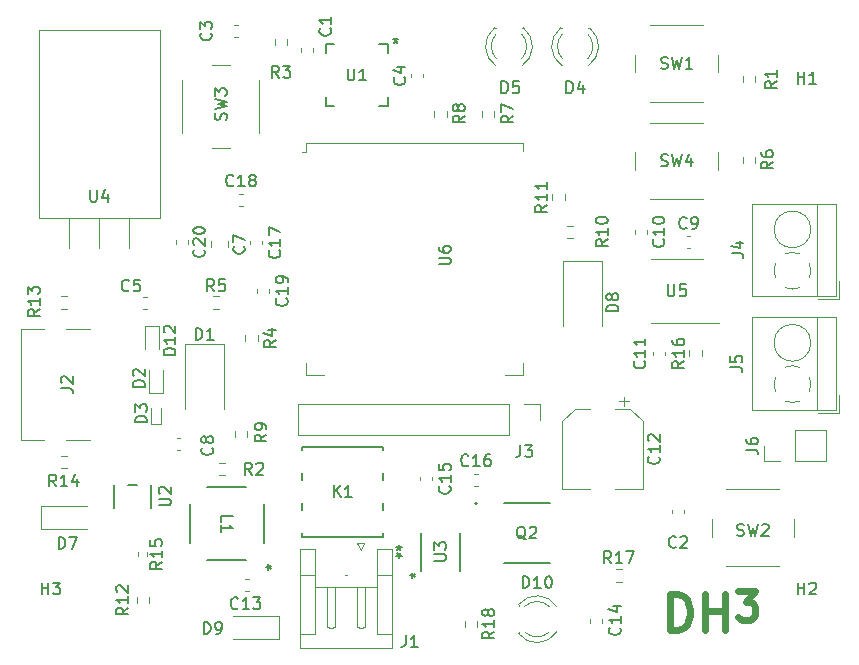
<source format=gbr>
%TF.GenerationSoftware,KiCad,Pcbnew,7.0.8*%
%TF.CreationDate,2024-01-31T02:26:52-05:00*%
%TF.ProjectId,AT01_no_ftdi,41543031-5f6e-46f5-9f66-7464692e6b69,rev?*%
%TF.SameCoordinates,PX6ea0500PY7735940*%
%TF.FileFunction,Legend,Top*%
%TF.FilePolarity,Positive*%
%FSLAX46Y46*%
G04 Gerber Fmt 4.6, Leading zero omitted, Abs format (unit mm)*
G04 Created by KiCad (PCBNEW 7.0.8) date 2024-01-31 02:26:52*
%MOMM*%
%LPD*%
G01*
G04 APERTURE LIST*
%ADD10C,0.600000*%
%ADD11C,0.150000*%
%ADD12C,0.152400*%
%ADD13C,0.120000*%
%ADD14C,0.127000*%
%ADD15C,0.200000*%
G04 APERTURE END LIST*
D10*
X55409021Y2298343D02*
X55409021Y5298343D01*
X55409021Y5298343D02*
X56123307Y5298343D01*
X56123307Y5298343D02*
X56551878Y5155486D01*
X56551878Y5155486D02*
X56837593Y4869772D01*
X56837593Y4869772D02*
X56980450Y4584058D01*
X56980450Y4584058D02*
X57123307Y4012629D01*
X57123307Y4012629D02*
X57123307Y3584058D01*
X57123307Y3584058D02*
X56980450Y3012629D01*
X56980450Y3012629D02*
X56837593Y2726915D01*
X56837593Y2726915D02*
X56551878Y2441200D01*
X56551878Y2441200D02*
X56123307Y2298343D01*
X56123307Y2298343D02*
X55409021Y2298343D01*
X58409021Y2298343D02*
X58409021Y5298343D01*
X58409021Y3869772D02*
X60123307Y3869772D01*
X60123307Y2298343D02*
X60123307Y5298343D01*
X61180450Y5566915D02*
X62666164Y5566915D01*
X62666164Y5566915D02*
X61866164Y4652629D01*
X61866164Y4652629D02*
X62209021Y4652629D01*
X62209021Y4652629D02*
X62437593Y4538343D01*
X62437593Y4538343D02*
X62551878Y4424058D01*
X62551878Y4424058D02*
X62666164Y4195486D01*
X62666164Y4195486D02*
X62666164Y3624058D01*
X62666164Y3624058D02*
X62551878Y3395486D01*
X62551878Y3395486D02*
X62437593Y3281200D01*
X62437593Y3281200D02*
X62209021Y3166915D01*
X62209021Y3166915D02*
X61523307Y3166915D01*
X61523307Y3166915D02*
X61294735Y3281200D01*
X61294735Y3281200D02*
X61180450Y3395486D01*
D11*
X35454819Y8143096D02*
X36264342Y8143096D01*
X36264342Y8143096D02*
X36359580Y8190715D01*
X36359580Y8190715D02*
X36407200Y8238334D01*
X36407200Y8238334D02*
X36454819Y8333572D01*
X36454819Y8333572D02*
X36454819Y8524048D01*
X36454819Y8524048D02*
X36407200Y8619286D01*
X36407200Y8619286D02*
X36359580Y8666905D01*
X36359580Y8666905D02*
X36264342Y8714524D01*
X36264342Y8714524D02*
X35454819Y8714524D01*
X35454819Y9095477D02*
X35454819Y9714524D01*
X35454819Y9714524D02*
X35835771Y9381191D01*
X35835771Y9381191D02*
X35835771Y9524048D01*
X35835771Y9524048D02*
X35883390Y9619286D01*
X35883390Y9619286D02*
X35931009Y9666905D01*
X35931009Y9666905D02*
X36026247Y9714524D01*
X36026247Y9714524D02*
X36264342Y9714524D01*
X36264342Y9714524D02*
X36359580Y9666905D01*
X36359580Y9666905D02*
X36407200Y9619286D01*
X36407200Y9619286D02*
X36454819Y9524048D01*
X36454819Y9524048D02*
X36454819Y9238334D01*
X36454819Y9238334D02*
X36407200Y9143096D01*
X36407200Y9143096D02*
X36359580Y9095477D01*
X33454819Y6900001D02*
X33692914Y6900001D01*
X33597676Y6661906D02*
X33692914Y6900001D01*
X33692914Y6900001D02*
X33597676Y7138096D01*
X33883390Y6757144D02*
X33692914Y6900001D01*
X33692914Y6900001D02*
X33883390Y7042858D01*
X12154819Y12828096D02*
X12964342Y12828096D01*
X12964342Y12828096D02*
X13059580Y12875715D01*
X13059580Y12875715D02*
X13107200Y12923334D01*
X13107200Y12923334D02*
X13154819Y13018572D01*
X13154819Y13018572D02*
X13154819Y13209048D01*
X13154819Y13209048D02*
X13107200Y13304286D01*
X13107200Y13304286D02*
X13059580Y13351905D01*
X13059580Y13351905D02*
X12964342Y13399524D01*
X12964342Y13399524D02*
X12154819Y13399524D01*
X12250057Y13828096D02*
X12202438Y13875715D01*
X12202438Y13875715D02*
X12154819Y13970953D01*
X12154819Y13970953D02*
X12154819Y14209048D01*
X12154819Y14209048D02*
X12202438Y14304286D01*
X12202438Y14304286D02*
X12250057Y14351905D01*
X12250057Y14351905D02*
X12345295Y14399524D01*
X12345295Y14399524D02*
X12440533Y14399524D01*
X12440533Y14399524D02*
X12583390Y14351905D01*
X12583390Y14351905D02*
X13154819Y13780477D01*
X13154819Y13780477D02*
X13154819Y14399524D01*
X28138150Y49815181D02*
X28138150Y49005658D01*
X28138150Y49005658D02*
X28185769Y48910420D01*
X28185769Y48910420D02*
X28233388Y48862800D01*
X28233388Y48862800D02*
X28328626Y48815181D01*
X28328626Y48815181D02*
X28519102Y48815181D01*
X28519102Y48815181D02*
X28614340Y48862800D01*
X28614340Y48862800D02*
X28661959Y48910420D01*
X28661959Y48910420D02*
X28709578Y49005658D01*
X28709578Y49005658D02*
X28709578Y49815181D01*
X29709578Y48815181D02*
X29138150Y48815181D01*
X29423864Y48815181D02*
X29423864Y49815181D01*
X29423864Y49815181D02*
X29328626Y49672324D01*
X29328626Y49672324D02*
X29233388Y49577086D01*
X29233388Y49577086D02*
X29138150Y49529467D01*
X32200000Y52445181D02*
X32200000Y52207086D01*
X31961905Y52302324D02*
X32200000Y52207086D01*
X32200000Y52207086D02*
X32438095Y52302324D01*
X32057143Y52016610D02*
X32200000Y52207086D01*
X32200000Y52207086D02*
X32342857Y52016610D01*
X19339580Y34770834D02*
X19387200Y34723215D01*
X19387200Y34723215D02*
X19434819Y34580358D01*
X19434819Y34580358D02*
X19434819Y34485120D01*
X19434819Y34485120D02*
X19387200Y34342263D01*
X19387200Y34342263D02*
X19291961Y34247025D01*
X19291961Y34247025D02*
X19196723Y34199406D01*
X19196723Y34199406D02*
X19006247Y34151787D01*
X19006247Y34151787D02*
X18863390Y34151787D01*
X18863390Y34151787D02*
X18672914Y34199406D01*
X18672914Y34199406D02*
X18577676Y34247025D01*
X18577676Y34247025D02*
X18482438Y34342263D01*
X18482438Y34342263D02*
X18434819Y34485120D01*
X18434819Y34485120D02*
X18434819Y34580358D01*
X18434819Y34580358D02*
X18482438Y34723215D01*
X18482438Y34723215D02*
X18530057Y34770834D01*
X18434819Y35104168D02*
X18434819Y35770834D01*
X18434819Y35770834D02*
X19434819Y35342263D01*
X61884819Y17566667D02*
X62599104Y17566667D01*
X62599104Y17566667D02*
X62741961Y17519048D01*
X62741961Y17519048D02*
X62837200Y17423810D01*
X62837200Y17423810D02*
X62884819Y17280953D01*
X62884819Y17280953D02*
X62884819Y17185715D01*
X61884819Y18471429D02*
X61884819Y18280953D01*
X61884819Y18280953D02*
X61932438Y18185715D01*
X61932438Y18185715D02*
X61980057Y18138096D01*
X61980057Y18138096D02*
X62122914Y18042858D01*
X62122914Y18042858D02*
X62313390Y17995239D01*
X62313390Y17995239D02*
X62694342Y17995239D01*
X62694342Y17995239D02*
X62789580Y18042858D01*
X62789580Y18042858D02*
X62837200Y18090477D01*
X62837200Y18090477D02*
X62884819Y18185715D01*
X62884819Y18185715D02*
X62884819Y18376191D01*
X62884819Y18376191D02*
X62837200Y18471429D01*
X62837200Y18471429D02*
X62789580Y18519048D01*
X62789580Y18519048D02*
X62694342Y18566667D01*
X62694342Y18566667D02*
X62456247Y18566667D01*
X62456247Y18566667D02*
X62361009Y18519048D01*
X62361009Y18519048D02*
X62313390Y18471429D01*
X62313390Y18471429D02*
X62265771Y18376191D01*
X62265771Y18376191D02*
X62265771Y18185715D01*
X62265771Y18185715D02*
X62313390Y18090477D01*
X62313390Y18090477D02*
X62361009Y18042858D01*
X62361009Y18042858D02*
X62456247Y17995239D01*
X10954819Y22861906D02*
X9954819Y22861906D01*
X9954819Y22861906D02*
X9954819Y23100001D01*
X9954819Y23100001D02*
X10002438Y23242858D01*
X10002438Y23242858D02*
X10097676Y23338096D01*
X10097676Y23338096D02*
X10192914Y23385715D01*
X10192914Y23385715D02*
X10383390Y23433334D01*
X10383390Y23433334D02*
X10526247Y23433334D01*
X10526247Y23433334D02*
X10716723Y23385715D01*
X10716723Y23385715D02*
X10811961Y23338096D01*
X10811961Y23338096D02*
X10907200Y23242858D01*
X10907200Y23242858D02*
X10954819Y23100001D01*
X10954819Y23100001D02*
X10954819Y22861906D01*
X10050057Y23814287D02*
X10002438Y23861906D01*
X10002438Y23861906D02*
X9954819Y23957144D01*
X9954819Y23957144D02*
X9954819Y24195239D01*
X9954819Y24195239D02*
X10002438Y24290477D01*
X10002438Y24290477D02*
X10050057Y24338096D01*
X10050057Y24338096D02*
X10145295Y24385715D01*
X10145295Y24385715D02*
X10240533Y24385715D01*
X10240533Y24385715D02*
X10383390Y24338096D01*
X10383390Y24338096D02*
X10954819Y23766668D01*
X10954819Y23766668D02*
X10954819Y24385715D01*
X20033333Y15445181D02*
X19700000Y15921372D01*
X19461905Y15445181D02*
X19461905Y16445181D01*
X19461905Y16445181D02*
X19842857Y16445181D01*
X19842857Y16445181D02*
X19938095Y16397562D01*
X19938095Y16397562D02*
X19985714Y16349943D01*
X19985714Y16349943D02*
X20033333Y16254705D01*
X20033333Y16254705D02*
X20033333Y16111848D01*
X20033333Y16111848D02*
X19985714Y16016610D01*
X19985714Y16016610D02*
X19938095Y15968991D01*
X19938095Y15968991D02*
X19842857Y15921372D01*
X19842857Y15921372D02*
X19461905Y15921372D01*
X20414286Y16349943D02*
X20461905Y16397562D01*
X20461905Y16397562D02*
X20557143Y16445181D01*
X20557143Y16445181D02*
X20795238Y16445181D01*
X20795238Y16445181D02*
X20890476Y16397562D01*
X20890476Y16397562D02*
X20938095Y16349943D01*
X20938095Y16349943D02*
X20985714Y16254705D01*
X20985714Y16254705D02*
X20985714Y16159467D01*
X20985714Y16159467D02*
X20938095Y16016610D01*
X20938095Y16016610D02*
X20366667Y15445181D01*
X20366667Y15445181D02*
X20985714Y15445181D01*
X13554819Y25585715D02*
X12554819Y25585715D01*
X12554819Y25585715D02*
X12554819Y25823810D01*
X12554819Y25823810D02*
X12602438Y25966667D01*
X12602438Y25966667D02*
X12697676Y26061905D01*
X12697676Y26061905D02*
X12792914Y26109524D01*
X12792914Y26109524D02*
X12983390Y26157143D01*
X12983390Y26157143D02*
X13126247Y26157143D01*
X13126247Y26157143D02*
X13316723Y26109524D01*
X13316723Y26109524D02*
X13411961Y26061905D01*
X13411961Y26061905D02*
X13507200Y25966667D01*
X13507200Y25966667D02*
X13554819Y25823810D01*
X13554819Y25823810D02*
X13554819Y25585715D01*
X13554819Y27109524D02*
X13554819Y26538096D01*
X13554819Y26823810D02*
X12554819Y26823810D01*
X12554819Y26823810D02*
X12697676Y26728572D01*
X12697676Y26728572D02*
X12792914Y26633334D01*
X12792914Y26633334D02*
X12840533Y26538096D01*
X12650057Y27490477D02*
X12602438Y27538096D01*
X12602438Y27538096D02*
X12554819Y27633334D01*
X12554819Y27633334D02*
X12554819Y27871429D01*
X12554819Y27871429D02*
X12602438Y27966667D01*
X12602438Y27966667D02*
X12650057Y28014286D01*
X12650057Y28014286D02*
X12745295Y28061905D01*
X12745295Y28061905D02*
X12840533Y28061905D01*
X12840533Y28061905D02*
X12983390Y28014286D01*
X12983390Y28014286D02*
X13554819Y27442858D01*
X13554819Y27442858D02*
X13554819Y28061905D01*
X11154819Y19861906D02*
X10154819Y19861906D01*
X10154819Y19861906D02*
X10154819Y20100001D01*
X10154819Y20100001D02*
X10202438Y20242858D01*
X10202438Y20242858D02*
X10297676Y20338096D01*
X10297676Y20338096D02*
X10392914Y20385715D01*
X10392914Y20385715D02*
X10583390Y20433334D01*
X10583390Y20433334D02*
X10726247Y20433334D01*
X10726247Y20433334D02*
X10916723Y20385715D01*
X10916723Y20385715D02*
X11011961Y20338096D01*
X11011961Y20338096D02*
X11107200Y20242858D01*
X11107200Y20242858D02*
X11154819Y20100001D01*
X11154819Y20100001D02*
X11154819Y19861906D01*
X10154819Y20766668D02*
X10154819Y21385715D01*
X10154819Y21385715D02*
X10535771Y21052382D01*
X10535771Y21052382D02*
X10535771Y21195239D01*
X10535771Y21195239D02*
X10583390Y21290477D01*
X10583390Y21290477D02*
X10631009Y21338096D01*
X10631009Y21338096D02*
X10726247Y21385715D01*
X10726247Y21385715D02*
X10964342Y21385715D01*
X10964342Y21385715D02*
X11059580Y21338096D01*
X11059580Y21338096D02*
X11107200Y21290477D01*
X11107200Y21290477D02*
X11154819Y21195239D01*
X11154819Y21195239D02*
X11154819Y20909525D01*
X11154819Y20909525D02*
X11107200Y20814287D01*
X11107200Y20814287D02*
X11059580Y20766668D01*
X38054819Y45833334D02*
X37578628Y45500001D01*
X38054819Y45261906D02*
X37054819Y45261906D01*
X37054819Y45261906D02*
X37054819Y45642858D01*
X37054819Y45642858D02*
X37102438Y45738096D01*
X37102438Y45738096D02*
X37150057Y45785715D01*
X37150057Y45785715D02*
X37245295Y45833334D01*
X37245295Y45833334D02*
X37388152Y45833334D01*
X37388152Y45833334D02*
X37483390Y45785715D01*
X37483390Y45785715D02*
X37531009Y45738096D01*
X37531009Y45738096D02*
X37578628Y45642858D01*
X37578628Y45642858D02*
X37578628Y45261906D01*
X37483390Y46404763D02*
X37435771Y46309525D01*
X37435771Y46309525D02*
X37388152Y46261906D01*
X37388152Y46261906D02*
X37292914Y46214287D01*
X37292914Y46214287D02*
X37245295Y46214287D01*
X37245295Y46214287D02*
X37150057Y46261906D01*
X37150057Y46261906D02*
X37102438Y46309525D01*
X37102438Y46309525D02*
X37054819Y46404763D01*
X37054819Y46404763D02*
X37054819Y46595239D01*
X37054819Y46595239D02*
X37102438Y46690477D01*
X37102438Y46690477D02*
X37150057Y46738096D01*
X37150057Y46738096D02*
X37245295Y46785715D01*
X37245295Y46785715D02*
X37292914Y46785715D01*
X37292914Y46785715D02*
X37388152Y46738096D01*
X37388152Y46738096D02*
X37435771Y46690477D01*
X37435771Y46690477D02*
X37483390Y46595239D01*
X37483390Y46595239D02*
X37483390Y46404763D01*
X37483390Y46404763D02*
X37531009Y46309525D01*
X37531009Y46309525D02*
X37578628Y46261906D01*
X37578628Y46261906D02*
X37673866Y46214287D01*
X37673866Y46214287D02*
X37864342Y46214287D01*
X37864342Y46214287D02*
X37959580Y46261906D01*
X37959580Y46261906D02*
X38007200Y46309525D01*
X38007200Y46309525D02*
X38054819Y46404763D01*
X38054819Y46404763D02*
X38054819Y46595239D01*
X38054819Y46595239D02*
X38007200Y46690477D01*
X38007200Y46690477D02*
X37959580Y46738096D01*
X37959580Y46738096D02*
X37864342Y46785715D01*
X37864342Y46785715D02*
X37673866Y46785715D01*
X37673866Y46785715D02*
X37578628Y46738096D01*
X37578628Y46738096D02*
X37531009Y46690477D01*
X37531009Y46690477D02*
X37483390Y46595239D01*
X36759580Y14457143D02*
X36807200Y14409524D01*
X36807200Y14409524D02*
X36854819Y14266667D01*
X36854819Y14266667D02*
X36854819Y14171429D01*
X36854819Y14171429D02*
X36807200Y14028572D01*
X36807200Y14028572D02*
X36711961Y13933334D01*
X36711961Y13933334D02*
X36616723Y13885715D01*
X36616723Y13885715D02*
X36426247Y13838096D01*
X36426247Y13838096D02*
X36283390Y13838096D01*
X36283390Y13838096D02*
X36092914Y13885715D01*
X36092914Y13885715D02*
X35997676Y13933334D01*
X35997676Y13933334D02*
X35902438Y14028572D01*
X35902438Y14028572D02*
X35854819Y14171429D01*
X35854819Y14171429D02*
X35854819Y14266667D01*
X35854819Y14266667D02*
X35902438Y14409524D01*
X35902438Y14409524D02*
X35950057Y14457143D01*
X36854819Y15409524D02*
X36854819Y14838096D01*
X36854819Y15123810D02*
X35854819Y15123810D01*
X35854819Y15123810D02*
X35997676Y15028572D01*
X35997676Y15028572D02*
X36092914Y14933334D01*
X36092914Y14933334D02*
X36140533Y14838096D01*
X35854819Y16314286D02*
X35854819Y15838096D01*
X35854819Y15838096D02*
X36331009Y15790477D01*
X36331009Y15790477D02*
X36283390Y15838096D01*
X36283390Y15838096D02*
X36235771Y15933334D01*
X36235771Y15933334D02*
X36235771Y16171429D01*
X36235771Y16171429D02*
X36283390Y16266667D01*
X36283390Y16266667D02*
X36331009Y16314286D01*
X36331009Y16314286D02*
X36426247Y16361905D01*
X36426247Y16361905D02*
X36664342Y16361905D01*
X36664342Y16361905D02*
X36759580Y16314286D01*
X36759580Y16314286D02*
X36807200Y16266667D01*
X36807200Y16266667D02*
X36854819Y16171429D01*
X36854819Y16171429D02*
X36854819Y15933334D01*
X36854819Y15933334D02*
X36807200Y15838096D01*
X36807200Y15838096D02*
X36759580Y15790477D01*
X32929580Y49070834D02*
X32977200Y49023215D01*
X32977200Y49023215D02*
X33024819Y48880358D01*
X33024819Y48880358D02*
X33024819Y48785120D01*
X33024819Y48785120D02*
X32977200Y48642263D01*
X32977200Y48642263D02*
X32881961Y48547025D01*
X32881961Y48547025D02*
X32786723Y48499406D01*
X32786723Y48499406D02*
X32596247Y48451787D01*
X32596247Y48451787D02*
X32453390Y48451787D01*
X32453390Y48451787D02*
X32262914Y48499406D01*
X32262914Y48499406D02*
X32167676Y48547025D01*
X32167676Y48547025D02*
X32072438Y48642263D01*
X32072438Y48642263D02*
X32024819Y48785120D01*
X32024819Y48785120D02*
X32024819Y48880358D01*
X32024819Y48880358D02*
X32072438Y49023215D01*
X32072438Y49023215D02*
X32120057Y49070834D01*
X32358152Y49927977D02*
X33024819Y49927977D01*
X31977200Y49689882D02*
X32691485Y49451787D01*
X32691485Y49451787D02*
X32691485Y50070834D01*
X41161905Y47745181D02*
X41161905Y48745181D01*
X41161905Y48745181D02*
X41400000Y48745181D01*
X41400000Y48745181D02*
X41542857Y48697562D01*
X41542857Y48697562D02*
X41638095Y48602324D01*
X41638095Y48602324D02*
X41685714Y48507086D01*
X41685714Y48507086D02*
X41733333Y48316610D01*
X41733333Y48316610D02*
X41733333Y48173753D01*
X41733333Y48173753D02*
X41685714Y47983277D01*
X41685714Y47983277D02*
X41638095Y47888039D01*
X41638095Y47888039D02*
X41542857Y47792800D01*
X41542857Y47792800D02*
X41400000Y47745181D01*
X41400000Y47745181D02*
X41161905Y47745181D01*
X42638095Y48745181D02*
X42161905Y48745181D01*
X42161905Y48745181D02*
X42114286Y48268991D01*
X42114286Y48268991D02*
X42161905Y48316610D01*
X42161905Y48316610D02*
X42257143Y48364229D01*
X42257143Y48364229D02*
X42495238Y48364229D01*
X42495238Y48364229D02*
X42590476Y48316610D01*
X42590476Y48316610D02*
X42638095Y48268991D01*
X42638095Y48268991D02*
X42685714Y48173753D01*
X42685714Y48173753D02*
X42685714Y47935658D01*
X42685714Y47935658D02*
X42638095Y47840420D01*
X42638095Y47840420D02*
X42590476Y47792800D01*
X42590476Y47792800D02*
X42495238Y47745181D01*
X42495238Y47745181D02*
X42257143Y47745181D01*
X42257143Y47745181D02*
X42161905Y47792800D01*
X42161905Y47792800D02*
X42114286Y47840420D01*
X54666667Y49842800D02*
X54809524Y49795181D01*
X54809524Y49795181D02*
X55047619Y49795181D01*
X55047619Y49795181D02*
X55142857Y49842800D01*
X55142857Y49842800D02*
X55190476Y49890420D01*
X55190476Y49890420D02*
X55238095Y49985658D01*
X55238095Y49985658D02*
X55238095Y50080896D01*
X55238095Y50080896D02*
X55190476Y50176134D01*
X55190476Y50176134D02*
X55142857Y50223753D01*
X55142857Y50223753D02*
X55047619Y50271372D01*
X55047619Y50271372D02*
X54857143Y50318991D01*
X54857143Y50318991D02*
X54761905Y50366610D01*
X54761905Y50366610D02*
X54714286Y50414229D01*
X54714286Y50414229D02*
X54666667Y50509467D01*
X54666667Y50509467D02*
X54666667Y50604705D01*
X54666667Y50604705D02*
X54714286Y50699943D01*
X54714286Y50699943D02*
X54761905Y50747562D01*
X54761905Y50747562D02*
X54857143Y50795181D01*
X54857143Y50795181D02*
X55095238Y50795181D01*
X55095238Y50795181D02*
X55238095Y50747562D01*
X55571429Y50795181D02*
X55809524Y49795181D01*
X55809524Y49795181D02*
X56000000Y50509467D01*
X56000000Y50509467D02*
X56190476Y49795181D01*
X56190476Y49795181D02*
X56428572Y50795181D01*
X57333333Y49795181D02*
X56761905Y49795181D01*
X57047619Y49795181D02*
X57047619Y50795181D01*
X57047619Y50795181D02*
X56952381Y50652324D01*
X56952381Y50652324D02*
X56857143Y50557086D01*
X56857143Y50557086D02*
X56761905Y50509467D01*
X2238095Y5295181D02*
X2238095Y6295181D01*
X2238095Y5818991D02*
X2809523Y5818991D01*
X2809523Y5295181D02*
X2809523Y6295181D01*
X3190476Y6295181D02*
X3809523Y6295181D01*
X3809523Y6295181D02*
X3476190Y5914229D01*
X3476190Y5914229D02*
X3619047Y5914229D01*
X3619047Y5914229D02*
X3714285Y5866610D01*
X3714285Y5866610D02*
X3761904Y5818991D01*
X3761904Y5818991D02*
X3809523Y5723753D01*
X3809523Y5723753D02*
X3809523Y5485658D01*
X3809523Y5485658D02*
X3761904Y5390420D01*
X3761904Y5390420D02*
X3714285Y5342800D01*
X3714285Y5342800D02*
X3619047Y5295181D01*
X3619047Y5295181D02*
X3333333Y5295181D01*
X3333333Y5295181D02*
X3238095Y5342800D01*
X3238095Y5342800D02*
X3190476Y5390420D01*
X54859580Y35357143D02*
X54907200Y35309524D01*
X54907200Y35309524D02*
X54954819Y35166667D01*
X54954819Y35166667D02*
X54954819Y35071429D01*
X54954819Y35071429D02*
X54907200Y34928572D01*
X54907200Y34928572D02*
X54811961Y34833334D01*
X54811961Y34833334D02*
X54716723Y34785715D01*
X54716723Y34785715D02*
X54526247Y34738096D01*
X54526247Y34738096D02*
X54383390Y34738096D01*
X54383390Y34738096D02*
X54192914Y34785715D01*
X54192914Y34785715D02*
X54097676Y34833334D01*
X54097676Y34833334D02*
X54002438Y34928572D01*
X54002438Y34928572D02*
X53954819Y35071429D01*
X53954819Y35071429D02*
X53954819Y35166667D01*
X53954819Y35166667D02*
X54002438Y35309524D01*
X54002438Y35309524D02*
X54050057Y35357143D01*
X54954819Y36309524D02*
X54954819Y35738096D01*
X54954819Y36023810D02*
X53954819Y36023810D01*
X53954819Y36023810D02*
X54097676Y35928572D01*
X54097676Y35928572D02*
X54192914Y35833334D01*
X54192914Y35833334D02*
X54240533Y35738096D01*
X53954819Y36928572D02*
X53954819Y37023810D01*
X53954819Y37023810D02*
X54002438Y37119048D01*
X54002438Y37119048D02*
X54050057Y37166667D01*
X54050057Y37166667D02*
X54145295Y37214286D01*
X54145295Y37214286D02*
X54335771Y37261905D01*
X54335771Y37261905D02*
X54573866Y37261905D01*
X54573866Y37261905D02*
X54764342Y37214286D01*
X54764342Y37214286D02*
X54859580Y37166667D01*
X54859580Y37166667D02*
X54907200Y37119048D01*
X54907200Y37119048D02*
X54954819Y37023810D01*
X54954819Y37023810D02*
X54954819Y36928572D01*
X54954819Y36928572D02*
X54907200Y36833334D01*
X54907200Y36833334D02*
X54859580Y36785715D01*
X54859580Y36785715D02*
X54764342Y36738096D01*
X54764342Y36738096D02*
X54573866Y36690477D01*
X54573866Y36690477D02*
X54335771Y36690477D01*
X54335771Y36690477D02*
X54145295Y36738096D01*
X54145295Y36738096D02*
X54050057Y36785715D01*
X54050057Y36785715D02*
X54002438Y36833334D01*
X54002438Y36833334D02*
X53954819Y36928572D01*
X3854819Y22766667D02*
X4569104Y22766667D01*
X4569104Y22766667D02*
X4711961Y22719048D01*
X4711961Y22719048D02*
X4807200Y22623810D01*
X4807200Y22623810D02*
X4854819Y22480953D01*
X4854819Y22480953D02*
X4854819Y22385715D01*
X3950057Y23195239D02*
X3902438Y23242858D01*
X3902438Y23242858D02*
X3854819Y23338096D01*
X3854819Y23338096D02*
X3854819Y23576191D01*
X3854819Y23576191D02*
X3902438Y23671429D01*
X3902438Y23671429D02*
X3950057Y23719048D01*
X3950057Y23719048D02*
X4045295Y23766667D01*
X4045295Y23766667D02*
X4140533Y23766667D01*
X4140533Y23766667D02*
X4283390Y23719048D01*
X4283390Y23719048D02*
X4854819Y23147620D01*
X4854819Y23147620D02*
X4854819Y23766667D01*
X26970405Y13545181D02*
X26970405Y14545181D01*
X27541833Y13545181D02*
X27113262Y14116610D01*
X27541833Y14545181D02*
X26970405Y13973753D01*
X28494214Y13545181D02*
X27922786Y13545181D01*
X28208500Y13545181D02*
X28208500Y14545181D01*
X28208500Y14545181D02*
X28113262Y14402324D01*
X28113262Y14402324D02*
X28018024Y14307086D01*
X28018024Y14307086D02*
X27922786Y14259467D01*
X32470999Y8374820D02*
X32470999Y8612915D01*
X32709094Y8517677D02*
X32470999Y8612915D01*
X32470999Y8612915D02*
X32232904Y8517677D01*
X32613856Y8803391D02*
X32470999Y8612915D01*
X32470999Y8612915D02*
X32328142Y8803391D01*
X32471000Y9465181D02*
X32471000Y9227086D01*
X32232905Y9322324D02*
X32471000Y9227086D01*
X32471000Y9227086D02*
X32709095Y9322324D01*
X32328143Y9036610D02*
X32471000Y9227086D01*
X32471000Y9227086D02*
X32613857Y9036610D01*
X64454819Y48733334D02*
X63978628Y48400001D01*
X64454819Y48161906D02*
X63454819Y48161906D01*
X63454819Y48161906D02*
X63454819Y48542858D01*
X63454819Y48542858D02*
X63502438Y48638096D01*
X63502438Y48638096D02*
X63550057Y48685715D01*
X63550057Y48685715D02*
X63645295Y48733334D01*
X63645295Y48733334D02*
X63788152Y48733334D01*
X63788152Y48733334D02*
X63883390Y48685715D01*
X63883390Y48685715D02*
X63931009Y48638096D01*
X63931009Y48638096D02*
X63978628Y48542858D01*
X63978628Y48542858D02*
X63978628Y48161906D01*
X64454819Y49685715D02*
X64454819Y49114287D01*
X64454819Y49400001D02*
X63454819Y49400001D01*
X63454819Y49400001D02*
X63597676Y49304763D01*
X63597676Y49304763D02*
X63692914Y49209525D01*
X63692914Y49209525D02*
X63740533Y49114287D01*
X17445180Y11466667D02*
X17445180Y11942857D01*
X17445180Y11942857D02*
X18445180Y11942857D01*
X17445180Y10609524D02*
X17445180Y11180952D01*
X17445180Y10895238D02*
X18445180Y10895238D01*
X18445180Y10895238D02*
X18302323Y10990476D01*
X18302323Y10990476D02*
X18207085Y11085714D01*
X18207085Y11085714D02*
X18159466Y11180952D01*
X21254819Y7600001D02*
X21492914Y7600001D01*
X21397676Y7361906D02*
X21492914Y7600001D01*
X21492914Y7600001D02*
X21397676Y7838096D01*
X21683390Y7457144D02*
X21492914Y7600001D01*
X21492914Y7600001D02*
X21683390Y7742858D01*
X16833333Y30975181D02*
X16500000Y31451372D01*
X16261905Y30975181D02*
X16261905Y31975181D01*
X16261905Y31975181D02*
X16642857Y31975181D01*
X16642857Y31975181D02*
X16738095Y31927562D01*
X16738095Y31927562D02*
X16785714Y31879943D01*
X16785714Y31879943D02*
X16833333Y31784705D01*
X16833333Y31784705D02*
X16833333Y31641848D01*
X16833333Y31641848D02*
X16785714Y31546610D01*
X16785714Y31546610D02*
X16738095Y31498991D01*
X16738095Y31498991D02*
X16642857Y31451372D01*
X16642857Y31451372D02*
X16261905Y31451372D01*
X17738095Y31975181D02*
X17261905Y31975181D01*
X17261905Y31975181D02*
X17214286Y31498991D01*
X17214286Y31498991D02*
X17261905Y31546610D01*
X17261905Y31546610D02*
X17357143Y31594229D01*
X17357143Y31594229D02*
X17595238Y31594229D01*
X17595238Y31594229D02*
X17690476Y31546610D01*
X17690476Y31546610D02*
X17738095Y31498991D01*
X17738095Y31498991D02*
X17785714Y31403753D01*
X17785714Y31403753D02*
X17785714Y31165658D01*
X17785714Y31165658D02*
X17738095Y31070420D01*
X17738095Y31070420D02*
X17690476Y31022800D01*
X17690476Y31022800D02*
X17595238Y30975181D01*
X17595238Y30975181D02*
X17357143Y30975181D01*
X17357143Y30975181D02*
X17261905Y31022800D01*
X17261905Y31022800D02*
X17214286Y31070420D01*
X12424819Y8057143D02*
X11948628Y7723810D01*
X12424819Y7485715D02*
X11424819Y7485715D01*
X11424819Y7485715D02*
X11424819Y7866667D01*
X11424819Y7866667D02*
X11472438Y7961905D01*
X11472438Y7961905D02*
X11520057Y8009524D01*
X11520057Y8009524D02*
X11615295Y8057143D01*
X11615295Y8057143D02*
X11758152Y8057143D01*
X11758152Y8057143D02*
X11853390Y8009524D01*
X11853390Y8009524D02*
X11901009Y7961905D01*
X11901009Y7961905D02*
X11948628Y7866667D01*
X11948628Y7866667D02*
X11948628Y7485715D01*
X12424819Y9009524D02*
X12424819Y8438096D01*
X12424819Y8723810D02*
X11424819Y8723810D01*
X11424819Y8723810D02*
X11567676Y8628572D01*
X11567676Y8628572D02*
X11662914Y8533334D01*
X11662914Y8533334D02*
X11710533Y8438096D01*
X11424819Y9914286D02*
X11424819Y9438096D01*
X11424819Y9438096D02*
X11901009Y9390477D01*
X11901009Y9390477D02*
X11853390Y9438096D01*
X11853390Y9438096D02*
X11805771Y9533334D01*
X11805771Y9533334D02*
X11805771Y9771429D01*
X11805771Y9771429D02*
X11853390Y9866667D01*
X11853390Y9866667D02*
X11901009Y9914286D01*
X11901009Y9914286D02*
X11996247Y9961905D01*
X11996247Y9961905D02*
X12234342Y9961905D01*
X12234342Y9961905D02*
X12329580Y9914286D01*
X12329580Y9914286D02*
X12377200Y9866667D01*
X12377200Y9866667D02*
X12424819Y9771429D01*
X12424819Y9771429D02*
X12424819Y9533334D01*
X12424819Y9533334D02*
X12377200Y9438096D01*
X12377200Y9438096D02*
X12329580Y9390477D01*
X22054819Y26833334D02*
X21578628Y26500001D01*
X22054819Y26261906D02*
X21054819Y26261906D01*
X21054819Y26261906D02*
X21054819Y26642858D01*
X21054819Y26642858D02*
X21102438Y26738096D01*
X21102438Y26738096D02*
X21150057Y26785715D01*
X21150057Y26785715D02*
X21245295Y26833334D01*
X21245295Y26833334D02*
X21388152Y26833334D01*
X21388152Y26833334D02*
X21483390Y26785715D01*
X21483390Y26785715D02*
X21531009Y26738096D01*
X21531009Y26738096D02*
X21578628Y26642858D01*
X21578628Y26642858D02*
X21578628Y26261906D01*
X21388152Y27690477D02*
X22054819Y27690477D01*
X21007200Y27452382D02*
X21721485Y27214287D01*
X21721485Y27214287D02*
X21721485Y27833334D01*
X22359580Y34419643D02*
X22407200Y34372024D01*
X22407200Y34372024D02*
X22454819Y34229167D01*
X22454819Y34229167D02*
X22454819Y34133929D01*
X22454819Y34133929D02*
X22407200Y33991072D01*
X22407200Y33991072D02*
X22311961Y33895834D01*
X22311961Y33895834D02*
X22216723Y33848215D01*
X22216723Y33848215D02*
X22026247Y33800596D01*
X22026247Y33800596D02*
X21883390Y33800596D01*
X21883390Y33800596D02*
X21692914Y33848215D01*
X21692914Y33848215D02*
X21597676Y33895834D01*
X21597676Y33895834D02*
X21502438Y33991072D01*
X21502438Y33991072D02*
X21454819Y34133929D01*
X21454819Y34133929D02*
X21454819Y34229167D01*
X21454819Y34229167D02*
X21502438Y34372024D01*
X21502438Y34372024D02*
X21550057Y34419643D01*
X22454819Y35372024D02*
X22454819Y34800596D01*
X22454819Y35086310D02*
X21454819Y35086310D01*
X21454819Y35086310D02*
X21597676Y34991072D01*
X21597676Y34991072D02*
X21692914Y34895834D01*
X21692914Y34895834D02*
X21740533Y34800596D01*
X21454819Y35705358D02*
X21454819Y36372024D01*
X21454819Y36372024D02*
X22454819Y35943453D01*
X15961905Y1945181D02*
X15961905Y2945181D01*
X15961905Y2945181D02*
X16200000Y2945181D01*
X16200000Y2945181D02*
X16342857Y2897562D01*
X16342857Y2897562D02*
X16438095Y2802324D01*
X16438095Y2802324D02*
X16485714Y2707086D01*
X16485714Y2707086D02*
X16533333Y2516610D01*
X16533333Y2516610D02*
X16533333Y2373753D01*
X16533333Y2373753D02*
X16485714Y2183277D01*
X16485714Y2183277D02*
X16438095Y2088039D01*
X16438095Y2088039D02*
X16342857Y1992800D01*
X16342857Y1992800D02*
X16200000Y1945181D01*
X16200000Y1945181D02*
X15961905Y1945181D01*
X17009524Y1945181D02*
X17200000Y1945181D01*
X17200000Y1945181D02*
X17295238Y1992800D01*
X17295238Y1992800D02*
X17342857Y2040420D01*
X17342857Y2040420D02*
X17438095Y2183277D01*
X17438095Y2183277D02*
X17485714Y2373753D01*
X17485714Y2373753D02*
X17485714Y2754705D01*
X17485714Y2754705D02*
X17438095Y2849943D01*
X17438095Y2849943D02*
X17390476Y2897562D01*
X17390476Y2897562D02*
X17295238Y2945181D01*
X17295238Y2945181D02*
X17104762Y2945181D01*
X17104762Y2945181D02*
X17009524Y2897562D01*
X17009524Y2897562D02*
X16961905Y2849943D01*
X16961905Y2849943D02*
X16914286Y2754705D01*
X16914286Y2754705D02*
X16914286Y2516610D01*
X16914286Y2516610D02*
X16961905Y2421372D01*
X16961905Y2421372D02*
X17009524Y2373753D01*
X17009524Y2373753D02*
X17104762Y2326134D01*
X17104762Y2326134D02*
X17295238Y2326134D01*
X17295238Y2326134D02*
X17390476Y2373753D01*
X17390476Y2373753D02*
X17438095Y2421372D01*
X17438095Y2421372D02*
X17485714Y2516610D01*
X3457142Y14445181D02*
X3123809Y14921372D01*
X2885714Y14445181D02*
X2885714Y15445181D01*
X2885714Y15445181D02*
X3266666Y15445181D01*
X3266666Y15445181D02*
X3361904Y15397562D01*
X3361904Y15397562D02*
X3409523Y15349943D01*
X3409523Y15349943D02*
X3457142Y15254705D01*
X3457142Y15254705D02*
X3457142Y15111848D01*
X3457142Y15111848D02*
X3409523Y15016610D01*
X3409523Y15016610D02*
X3361904Y14968991D01*
X3361904Y14968991D02*
X3266666Y14921372D01*
X3266666Y14921372D02*
X2885714Y14921372D01*
X4409523Y14445181D02*
X3838095Y14445181D01*
X4123809Y14445181D02*
X4123809Y15445181D01*
X4123809Y15445181D02*
X4028571Y15302324D01*
X4028571Y15302324D02*
X3933333Y15207086D01*
X3933333Y15207086D02*
X3838095Y15159467D01*
X5266666Y15111848D02*
X5266666Y14445181D01*
X5028571Y15492800D02*
X4790476Y14778515D01*
X4790476Y14778515D02*
X5409523Y14778515D01*
X66238095Y5295181D02*
X66238095Y6295181D01*
X66238095Y5818991D02*
X66809523Y5818991D01*
X66809523Y5295181D02*
X66809523Y6295181D01*
X67238095Y6199943D02*
X67285714Y6247562D01*
X67285714Y6247562D02*
X67380952Y6295181D01*
X67380952Y6295181D02*
X67619047Y6295181D01*
X67619047Y6295181D02*
X67714285Y6247562D01*
X67714285Y6247562D02*
X67761904Y6199943D01*
X67761904Y6199943D02*
X67809523Y6104705D01*
X67809523Y6104705D02*
X67809523Y6009467D01*
X67809523Y6009467D02*
X67761904Y5866610D01*
X67761904Y5866610D02*
X67190476Y5295181D01*
X67190476Y5295181D02*
X67809523Y5295181D01*
X60654819Y34166667D02*
X61369104Y34166667D01*
X61369104Y34166667D02*
X61511961Y34119048D01*
X61511961Y34119048D02*
X61607200Y34023810D01*
X61607200Y34023810D02*
X61654819Y33880953D01*
X61654819Y33880953D02*
X61654819Y33785715D01*
X60988152Y35071429D02*
X61654819Y35071429D01*
X60607200Y34833334D02*
X61321485Y34595239D01*
X61321485Y34595239D02*
X61321485Y35214286D01*
X35854819Y33238096D02*
X36664342Y33238096D01*
X36664342Y33238096D02*
X36759580Y33285715D01*
X36759580Y33285715D02*
X36807200Y33333334D01*
X36807200Y33333334D02*
X36854819Y33428572D01*
X36854819Y33428572D02*
X36854819Y33619048D01*
X36854819Y33619048D02*
X36807200Y33714286D01*
X36807200Y33714286D02*
X36759580Y33761905D01*
X36759580Y33761905D02*
X36664342Y33809524D01*
X36664342Y33809524D02*
X35854819Y33809524D01*
X35854819Y34714286D02*
X35854819Y34523810D01*
X35854819Y34523810D02*
X35902438Y34428572D01*
X35902438Y34428572D02*
X35950057Y34380953D01*
X35950057Y34380953D02*
X36092914Y34285715D01*
X36092914Y34285715D02*
X36283390Y34238096D01*
X36283390Y34238096D02*
X36664342Y34238096D01*
X36664342Y34238096D02*
X36759580Y34285715D01*
X36759580Y34285715D02*
X36807200Y34333334D01*
X36807200Y34333334D02*
X36854819Y34428572D01*
X36854819Y34428572D02*
X36854819Y34619048D01*
X36854819Y34619048D02*
X36807200Y34714286D01*
X36807200Y34714286D02*
X36759580Y34761905D01*
X36759580Y34761905D02*
X36664342Y34809524D01*
X36664342Y34809524D02*
X36426247Y34809524D01*
X36426247Y34809524D02*
X36331009Y34761905D01*
X36331009Y34761905D02*
X36283390Y34714286D01*
X36283390Y34714286D02*
X36235771Y34619048D01*
X36235771Y34619048D02*
X36235771Y34428572D01*
X36235771Y34428572D02*
X36283390Y34333334D01*
X36283390Y34333334D02*
X36331009Y34285715D01*
X36331009Y34285715D02*
X36426247Y34238096D01*
X45024819Y38269643D02*
X44548628Y37936310D01*
X45024819Y37698215D02*
X44024819Y37698215D01*
X44024819Y37698215D02*
X44024819Y38079167D01*
X44024819Y38079167D02*
X44072438Y38174405D01*
X44072438Y38174405D02*
X44120057Y38222024D01*
X44120057Y38222024D02*
X44215295Y38269643D01*
X44215295Y38269643D02*
X44358152Y38269643D01*
X44358152Y38269643D02*
X44453390Y38222024D01*
X44453390Y38222024D02*
X44501009Y38174405D01*
X44501009Y38174405D02*
X44548628Y38079167D01*
X44548628Y38079167D02*
X44548628Y37698215D01*
X45024819Y39222024D02*
X45024819Y38650596D01*
X45024819Y38936310D02*
X44024819Y38936310D01*
X44024819Y38936310D02*
X44167676Y38841072D01*
X44167676Y38841072D02*
X44262914Y38745834D01*
X44262914Y38745834D02*
X44310533Y38650596D01*
X45024819Y40174405D02*
X45024819Y39602977D01*
X45024819Y39888691D02*
X44024819Y39888691D01*
X44024819Y39888691D02*
X44167676Y39793453D01*
X44167676Y39793453D02*
X44262914Y39698215D01*
X44262914Y39698215D02*
X44310533Y39602977D01*
X2054819Y29457143D02*
X1578628Y29123810D01*
X2054819Y28885715D02*
X1054819Y28885715D01*
X1054819Y28885715D02*
X1054819Y29266667D01*
X1054819Y29266667D02*
X1102438Y29361905D01*
X1102438Y29361905D02*
X1150057Y29409524D01*
X1150057Y29409524D02*
X1245295Y29457143D01*
X1245295Y29457143D02*
X1388152Y29457143D01*
X1388152Y29457143D02*
X1483390Y29409524D01*
X1483390Y29409524D02*
X1531009Y29361905D01*
X1531009Y29361905D02*
X1578628Y29266667D01*
X1578628Y29266667D02*
X1578628Y28885715D01*
X2054819Y30409524D02*
X2054819Y29838096D01*
X2054819Y30123810D02*
X1054819Y30123810D01*
X1054819Y30123810D02*
X1197676Y30028572D01*
X1197676Y30028572D02*
X1292914Y29933334D01*
X1292914Y29933334D02*
X1340533Y29838096D01*
X1054819Y30742858D02*
X1054819Y31361905D01*
X1054819Y31361905D02*
X1435771Y31028572D01*
X1435771Y31028572D02*
X1435771Y31171429D01*
X1435771Y31171429D02*
X1483390Y31266667D01*
X1483390Y31266667D02*
X1531009Y31314286D01*
X1531009Y31314286D02*
X1626247Y31361905D01*
X1626247Y31361905D02*
X1864342Y31361905D01*
X1864342Y31361905D02*
X1959580Y31314286D01*
X1959580Y31314286D02*
X2007200Y31266667D01*
X2007200Y31266667D02*
X2054819Y31171429D01*
X2054819Y31171429D02*
X2054819Y30885715D01*
X2054819Y30885715D02*
X2007200Y30790477D01*
X2007200Y30790477D02*
X1959580Y30742858D01*
X18857142Y4140420D02*
X18809523Y4092800D01*
X18809523Y4092800D02*
X18666666Y4045181D01*
X18666666Y4045181D02*
X18571428Y4045181D01*
X18571428Y4045181D02*
X18428571Y4092800D01*
X18428571Y4092800D02*
X18333333Y4188039D01*
X18333333Y4188039D02*
X18285714Y4283277D01*
X18285714Y4283277D02*
X18238095Y4473753D01*
X18238095Y4473753D02*
X18238095Y4616610D01*
X18238095Y4616610D02*
X18285714Y4807086D01*
X18285714Y4807086D02*
X18333333Y4902324D01*
X18333333Y4902324D02*
X18428571Y4997562D01*
X18428571Y4997562D02*
X18571428Y5045181D01*
X18571428Y5045181D02*
X18666666Y5045181D01*
X18666666Y5045181D02*
X18809523Y4997562D01*
X18809523Y4997562D02*
X18857142Y4949943D01*
X19809523Y4045181D02*
X19238095Y4045181D01*
X19523809Y4045181D02*
X19523809Y5045181D01*
X19523809Y5045181D02*
X19428571Y4902324D01*
X19428571Y4902324D02*
X19333333Y4807086D01*
X19333333Y4807086D02*
X19238095Y4759467D01*
X20142857Y5045181D02*
X20761904Y5045181D01*
X20761904Y5045181D02*
X20428571Y4664229D01*
X20428571Y4664229D02*
X20571428Y4664229D01*
X20571428Y4664229D02*
X20666666Y4616610D01*
X20666666Y4616610D02*
X20714285Y4568991D01*
X20714285Y4568991D02*
X20761904Y4473753D01*
X20761904Y4473753D02*
X20761904Y4235658D01*
X20761904Y4235658D02*
X20714285Y4140420D01*
X20714285Y4140420D02*
X20666666Y4092800D01*
X20666666Y4092800D02*
X20571428Y4045181D01*
X20571428Y4045181D02*
X20285714Y4045181D01*
X20285714Y4045181D02*
X20190476Y4092800D01*
X20190476Y4092800D02*
X20142857Y4140420D01*
X18457142Y39940420D02*
X18409523Y39892800D01*
X18409523Y39892800D02*
X18266666Y39845181D01*
X18266666Y39845181D02*
X18171428Y39845181D01*
X18171428Y39845181D02*
X18028571Y39892800D01*
X18028571Y39892800D02*
X17933333Y39988039D01*
X17933333Y39988039D02*
X17885714Y40083277D01*
X17885714Y40083277D02*
X17838095Y40273753D01*
X17838095Y40273753D02*
X17838095Y40416610D01*
X17838095Y40416610D02*
X17885714Y40607086D01*
X17885714Y40607086D02*
X17933333Y40702324D01*
X17933333Y40702324D02*
X18028571Y40797562D01*
X18028571Y40797562D02*
X18171428Y40845181D01*
X18171428Y40845181D02*
X18266666Y40845181D01*
X18266666Y40845181D02*
X18409523Y40797562D01*
X18409523Y40797562D02*
X18457142Y40749943D01*
X19409523Y39845181D02*
X18838095Y39845181D01*
X19123809Y39845181D02*
X19123809Y40845181D01*
X19123809Y40845181D02*
X19028571Y40702324D01*
X19028571Y40702324D02*
X18933333Y40607086D01*
X18933333Y40607086D02*
X18838095Y40559467D01*
X19980952Y40416610D02*
X19885714Y40464229D01*
X19885714Y40464229D02*
X19838095Y40511848D01*
X19838095Y40511848D02*
X19790476Y40607086D01*
X19790476Y40607086D02*
X19790476Y40654705D01*
X19790476Y40654705D02*
X19838095Y40749943D01*
X19838095Y40749943D02*
X19885714Y40797562D01*
X19885714Y40797562D02*
X19980952Y40845181D01*
X19980952Y40845181D02*
X20171428Y40845181D01*
X20171428Y40845181D02*
X20266666Y40797562D01*
X20266666Y40797562D02*
X20314285Y40749943D01*
X20314285Y40749943D02*
X20361904Y40654705D01*
X20361904Y40654705D02*
X20361904Y40607086D01*
X20361904Y40607086D02*
X20314285Y40511848D01*
X20314285Y40511848D02*
X20266666Y40464229D01*
X20266666Y40464229D02*
X20171428Y40416610D01*
X20171428Y40416610D02*
X19980952Y40416610D01*
X19980952Y40416610D02*
X19885714Y40368991D01*
X19885714Y40368991D02*
X19838095Y40321372D01*
X19838095Y40321372D02*
X19790476Y40226134D01*
X19790476Y40226134D02*
X19790476Y40035658D01*
X19790476Y40035658D02*
X19838095Y39940420D01*
X19838095Y39940420D02*
X19885714Y39892800D01*
X19885714Y39892800D02*
X19980952Y39845181D01*
X19980952Y39845181D02*
X20171428Y39845181D01*
X20171428Y39845181D02*
X20266666Y39892800D01*
X20266666Y39892800D02*
X20314285Y39940420D01*
X20314285Y39940420D02*
X20361904Y40035658D01*
X20361904Y40035658D02*
X20361904Y40226134D01*
X20361904Y40226134D02*
X20314285Y40321372D01*
X20314285Y40321372D02*
X20266666Y40368991D01*
X20266666Y40368991D02*
X20171428Y40416610D01*
X9633333Y31040420D02*
X9585714Y30992800D01*
X9585714Y30992800D02*
X9442857Y30945181D01*
X9442857Y30945181D02*
X9347619Y30945181D01*
X9347619Y30945181D02*
X9204762Y30992800D01*
X9204762Y30992800D02*
X9109524Y31088039D01*
X9109524Y31088039D02*
X9061905Y31183277D01*
X9061905Y31183277D02*
X9014286Y31373753D01*
X9014286Y31373753D02*
X9014286Y31516610D01*
X9014286Y31516610D02*
X9061905Y31707086D01*
X9061905Y31707086D02*
X9109524Y31802324D01*
X9109524Y31802324D02*
X9204762Y31897562D01*
X9204762Y31897562D02*
X9347619Y31945181D01*
X9347619Y31945181D02*
X9442857Y31945181D01*
X9442857Y31945181D02*
X9585714Y31897562D01*
X9585714Y31897562D02*
X9633333Y31849943D01*
X10538095Y31945181D02*
X10061905Y31945181D01*
X10061905Y31945181D02*
X10014286Y31468991D01*
X10014286Y31468991D02*
X10061905Y31516610D01*
X10061905Y31516610D02*
X10157143Y31564229D01*
X10157143Y31564229D02*
X10395238Y31564229D01*
X10395238Y31564229D02*
X10490476Y31516610D01*
X10490476Y31516610D02*
X10538095Y31468991D01*
X10538095Y31468991D02*
X10585714Y31373753D01*
X10585714Y31373753D02*
X10585714Y31135658D01*
X10585714Y31135658D02*
X10538095Y31040420D01*
X10538095Y31040420D02*
X10490476Y30992800D01*
X10490476Y30992800D02*
X10395238Y30945181D01*
X10395238Y30945181D02*
X10157143Y30945181D01*
X10157143Y30945181D02*
X10061905Y30992800D01*
X10061905Y30992800D02*
X10014286Y31040420D01*
X15261905Y26845181D02*
X15261905Y27845181D01*
X15261905Y27845181D02*
X15500000Y27845181D01*
X15500000Y27845181D02*
X15642857Y27797562D01*
X15642857Y27797562D02*
X15738095Y27702324D01*
X15738095Y27702324D02*
X15785714Y27607086D01*
X15785714Y27607086D02*
X15833333Y27416610D01*
X15833333Y27416610D02*
X15833333Y27273753D01*
X15833333Y27273753D02*
X15785714Y27083277D01*
X15785714Y27083277D02*
X15738095Y26988039D01*
X15738095Y26988039D02*
X15642857Y26892800D01*
X15642857Y26892800D02*
X15500000Y26845181D01*
X15500000Y26845181D02*
X15261905Y26845181D01*
X16785714Y26845181D02*
X16214286Y26845181D01*
X16500000Y26845181D02*
X16500000Y27845181D01*
X16500000Y27845181D02*
X16404762Y27702324D01*
X16404762Y27702324D02*
X16309524Y27607086D01*
X16309524Y27607086D02*
X16214286Y27559467D01*
X40554819Y2157143D02*
X40078628Y1823810D01*
X40554819Y1585715D02*
X39554819Y1585715D01*
X39554819Y1585715D02*
X39554819Y1966667D01*
X39554819Y1966667D02*
X39602438Y2061905D01*
X39602438Y2061905D02*
X39650057Y2109524D01*
X39650057Y2109524D02*
X39745295Y2157143D01*
X39745295Y2157143D02*
X39888152Y2157143D01*
X39888152Y2157143D02*
X39983390Y2109524D01*
X39983390Y2109524D02*
X40031009Y2061905D01*
X40031009Y2061905D02*
X40078628Y1966667D01*
X40078628Y1966667D02*
X40078628Y1585715D01*
X40554819Y3109524D02*
X40554819Y2538096D01*
X40554819Y2823810D02*
X39554819Y2823810D01*
X39554819Y2823810D02*
X39697676Y2728572D01*
X39697676Y2728572D02*
X39792914Y2633334D01*
X39792914Y2633334D02*
X39840533Y2538096D01*
X39983390Y3680953D02*
X39935771Y3585715D01*
X39935771Y3585715D02*
X39888152Y3538096D01*
X39888152Y3538096D02*
X39792914Y3490477D01*
X39792914Y3490477D02*
X39745295Y3490477D01*
X39745295Y3490477D02*
X39650057Y3538096D01*
X39650057Y3538096D02*
X39602438Y3585715D01*
X39602438Y3585715D02*
X39554819Y3680953D01*
X39554819Y3680953D02*
X39554819Y3871429D01*
X39554819Y3871429D02*
X39602438Y3966667D01*
X39602438Y3966667D02*
X39650057Y4014286D01*
X39650057Y4014286D02*
X39745295Y4061905D01*
X39745295Y4061905D02*
X39792914Y4061905D01*
X39792914Y4061905D02*
X39888152Y4014286D01*
X39888152Y4014286D02*
X39935771Y3966667D01*
X39935771Y3966667D02*
X39983390Y3871429D01*
X39983390Y3871429D02*
X39983390Y3680953D01*
X39983390Y3680953D02*
X40031009Y3585715D01*
X40031009Y3585715D02*
X40078628Y3538096D01*
X40078628Y3538096D02*
X40173866Y3490477D01*
X40173866Y3490477D02*
X40364342Y3490477D01*
X40364342Y3490477D02*
X40459580Y3538096D01*
X40459580Y3538096D02*
X40507200Y3585715D01*
X40507200Y3585715D02*
X40554819Y3680953D01*
X40554819Y3680953D02*
X40554819Y3871429D01*
X40554819Y3871429D02*
X40507200Y3966667D01*
X40507200Y3966667D02*
X40459580Y4014286D01*
X40459580Y4014286D02*
X40364342Y4061905D01*
X40364342Y4061905D02*
X40173866Y4061905D01*
X40173866Y4061905D02*
X40078628Y4014286D01*
X40078628Y4014286D02*
X40031009Y3966667D01*
X40031009Y3966667D02*
X39983390Y3871429D01*
X61116667Y10292800D02*
X61259524Y10245181D01*
X61259524Y10245181D02*
X61497619Y10245181D01*
X61497619Y10245181D02*
X61592857Y10292800D01*
X61592857Y10292800D02*
X61640476Y10340420D01*
X61640476Y10340420D02*
X61688095Y10435658D01*
X61688095Y10435658D02*
X61688095Y10530896D01*
X61688095Y10530896D02*
X61640476Y10626134D01*
X61640476Y10626134D02*
X61592857Y10673753D01*
X61592857Y10673753D02*
X61497619Y10721372D01*
X61497619Y10721372D02*
X61307143Y10768991D01*
X61307143Y10768991D02*
X61211905Y10816610D01*
X61211905Y10816610D02*
X61164286Y10864229D01*
X61164286Y10864229D02*
X61116667Y10959467D01*
X61116667Y10959467D02*
X61116667Y11054705D01*
X61116667Y11054705D02*
X61164286Y11149943D01*
X61164286Y11149943D02*
X61211905Y11197562D01*
X61211905Y11197562D02*
X61307143Y11245181D01*
X61307143Y11245181D02*
X61545238Y11245181D01*
X61545238Y11245181D02*
X61688095Y11197562D01*
X62021429Y11245181D02*
X62259524Y10245181D01*
X62259524Y10245181D02*
X62450000Y10959467D01*
X62450000Y10959467D02*
X62640476Y10245181D01*
X62640476Y10245181D02*
X62878572Y11245181D01*
X63211905Y11149943D02*
X63259524Y11197562D01*
X63259524Y11197562D02*
X63354762Y11245181D01*
X63354762Y11245181D02*
X63592857Y11245181D01*
X63592857Y11245181D02*
X63688095Y11197562D01*
X63688095Y11197562D02*
X63735714Y11149943D01*
X63735714Y11149943D02*
X63783333Y11054705D01*
X63783333Y11054705D02*
X63783333Y10959467D01*
X63783333Y10959467D02*
X63735714Y10816610D01*
X63735714Y10816610D02*
X63164286Y10245181D01*
X63164286Y10245181D02*
X63783333Y10245181D01*
X42766666Y17945181D02*
X42766666Y17230896D01*
X42766666Y17230896D02*
X42719047Y17088039D01*
X42719047Y17088039D02*
X42623809Y16992800D01*
X42623809Y16992800D02*
X42480952Y16945181D01*
X42480952Y16945181D02*
X42385714Y16945181D01*
X43147619Y17945181D02*
X43766666Y17945181D01*
X43766666Y17945181D02*
X43433333Y17564229D01*
X43433333Y17564229D02*
X43576190Y17564229D01*
X43576190Y17564229D02*
X43671428Y17516610D01*
X43671428Y17516610D02*
X43719047Y17468991D01*
X43719047Y17468991D02*
X43766666Y17373753D01*
X43766666Y17373753D02*
X43766666Y17135658D01*
X43766666Y17135658D02*
X43719047Y17040420D01*
X43719047Y17040420D02*
X43671428Y16992800D01*
X43671428Y16992800D02*
X43576190Y16945181D01*
X43576190Y16945181D02*
X43290476Y16945181D01*
X43290476Y16945181D02*
X43195238Y16992800D01*
X43195238Y16992800D02*
X43147619Y17040420D01*
X50154819Y35357143D02*
X49678628Y35023810D01*
X50154819Y34785715D02*
X49154819Y34785715D01*
X49154819Y34785715D02*
X49154819Y35166667D01*
X49154819Y35166667D02*
X49202438Y35261905D01*
X49202438Y35261905D02*
X49250057Y35309524D01*
X49250057Y35309524D02*
X49345295Y35357143D01*
X49345295Y35357143D02*
X49488152Y35357143D01*
X49488152Y35357143D02*
X49583390Y35309524D01*
X49583390Y35309524D02*
X49631009Y35261905D01*
X49631009Y35261905D02*
X49678628Y35166667D01*
X49678628Y35166667D02*
X49678628Y34785715D01*
X50154819Y36309524D02*
X50154819Y35738096D01*
X50154819Y36023810D02*
X49154819Y36023810D01*
X49154819Y36023810D02*
X49297676Y35928572D01*
X49297676Y35928572D02*
X49392914Y35833334D01*
X49392914Y35833334D02*
X49440533Y35738096D01*
X49154819Y36928572D02*
X49154819Y37023810D01*
X49154819Y37023810D02*
X49202438Y37119048D01*
X49202438Y37119048D02*
X49250057Y37166667D01*
X49250057Y37166667D02*
X49345295Y37214286D01*
X49345295Y37214286D02*
X49535771Y37261905D01*
X49535771Y37261905D02*
X49773866Y37261905D01*
X49773866Y37261905D02*
X49964342Y37214286D01*
X49964342Y37214286D02*
X50059580Y37166667D01*
X50059580Y37166667D02*
X50107200Y37119048D01*
X50107200Y37119048D02*
X50154819Y37023810D01*
X50154819Y37023810D02*
X50154819Y36928572D01*
X50154819Y36928572D02*
X50107200Y36833334D01*
X50107200Y36833334D02*
X50059580Y36785715D01*
X50059580Y36785715D02*
X49964342Y36738096D01*
X49964342Y36738096D02*
X49773866Y36690477D01*
X49773866Y36690477D02*
X49535771Y36690477D01*
X49535771Y36690477D02*
X49345295Y36738096D01*
X49345295Y36738096D02*
X49250057Y36785715D01*
X49250057Y36785715D02*
X49202438Y36833334D01*
X49202438Y36833334D02*
X49154819Y36928572D01*
X16659580Y17733334D02*
X16707200Y17685715D01*
X16707200Y17685715D02*
X16754819Y17542858D01*
X16754819Y17542858D02*
X16754819Y17447620D01*
X16754819Y17447620D02*
X16707200Y17304763D01*
X16707200Y17304763D02*
X16611961Y17209525D01*
X16611961Y17209525D02*
X16516723Y17161906D01*
X16516723Y17161906D02*
X16326247Y17114287D01*
X16326247Y17114287D02*
X16183390Y17114287D01*
X16183390Y17114287D02*
X15992914Y17161906D01*
X15992914Y17161906D02*
X15897676Y17209525D01*
X15897676Y17209525D02*
X15802438Y17304763D01*
X15802438Y17304763D02*
X15754819Y17447620D01*
X15754819Y17447620D02*
X15754819Y17542858D01*
X15754819Y17542858D02*
X15802438Y17685715D01*
X15802438Y17685715D02*
X15850057Y17733334D01*
X16183390Y18304763D02*
X16135771Y18209525D01*
X16135771Y18209525D02*
X16088152Y18161906D01*
X16088152Y18161906D02*
X15992914Y18114287D01*
X15992914Y18114287D02*
X15945295Y18114287D01*
X15945295Y18114287D02*
X15850057Y18161906D01*
X15850057Y18161906D02*
X15802438Y18209525D01*
X15802438Y18209525D02*
X15754819Y18304763D01*
X15754819Y18304763D02*
X15754819Y18495239D01*
X15754819Y18495239D02*
X15802438Y18590477D01*
X15802438Y18590477D02*
X15850057Y18638096D01*
X15850057Y18638096D02*
X15945295Y18685715D01*
X15945295Y18685715D02*
X15992914Y18685715D01*
X15992914Y18685715D02*
X16088152Y18638096D01*
X16088152Y18638096D02*
X16135771Y18590477D01*
X16135771Y18590477D02*
X16183390Y18495239D01*
X16183390Y18495239D02*
X16183390Y18304763D01*
X16183390Y18304763D02*
X16231009Y18209525D01*
X16231009Y18209525D02*
X16278628Y18161906D01*
X16278628Y18161906D02*
X16373866Y18114287D01*
X16373866Y18114287D02*
X16564342Y18114287D01*
X16564342Y18114287D02*
X16659580Y18161906D01*
X16659580Y18161906D02*
X16707200Y18209525D01*
X16707200Y18209525D02*
X16754819Y18304763D01*
X16754819Y18304763D02*
X16754819Y18495239D01*
X16754819Y18495239D02*
X16707200Y18590477D01*
X16707200Y18590477D02*
X16659580Y18638096D01*
X16659580Y18638096D02*
X16564342Y18685715D01*
X16564342Y18685715D02*
X16373866Y18685715D01*
X16373866Y18685715D02*
X16278628Y18638096D01*
X16278628Y18638096D02*
X16231009Y18590477D01*
X16231009Y18590477D02*
X16183390Y18495239D01*
X64154819Y41933334D02*
X63678628Y41600001D01*
X64154819Y41361906D02*
X63154819Y41361906D01*
X63154819Y41361906D02*
X63154819Y41742858D01*
X63154819Y41742858D02*
X63202438Y41838096D01*
X63202438Y41838096D02*
X63250057Y41885715D01*
X63250057Y41885715D02*
X63345295Y41933334D01*
X63345295Y41933334D02*
X63488152Y41933334D01*
X63488152Y41933334D02*
X63583390Y41885715D01*
X63583390Y41885715D02*
X63631009Y41838096D01*
X63631009Y41838096D02*
X63678628Y41742858D01*
X63678628Y41742858D02*
X63678628Y41361906D01*
X63154819Y42790477D02*
X63154819Y42600001D01*
X63154819Y42600001D02*
X63202438Y42504763D01*
X63202438Y42504763D02*
X63250057Y42457144D01*
X63250057Y42457144D02*
X63392914Y42361906D01*
X63392914Y42361906D02*
X63583390Y42314287D01*
X63583390Y42314287D02*
X63964342Y42314287D01*
X63964342Y42314287D02*
X64059580Y42361906D01*
X64059580Y42361906D02*
X64107200Y42409525D01*
X64107200Y42409525D02*
X64154819Y42504763D01*
X64154819Y42504763D02*
X64154819Y42695239D01*
X64154819Y42695239D02*
X64107200Y42790477D01*
X64107200Y42790477D02*
X64059580Y42838096D01*
X64059580Y42838096D02*
X63964342Y42885715D01*
X63964342Y42885715D02*
X63726247Y42885715D01*
X63726247Y42885715D02*
X63631009Y42838096D01*
X63631009Y42838096D02*
X63583390Y42790477D01*
X63583390Y42790477D02*
X63535771Y42695239D01*
X63535771Y42695239D02*
X63535771Y42504763D01*
X63535771Y42504763D02*
X63583390Y42409525D01*
X63583390Y42409525D02*
X63631009Y42361906D01*
X63631009Y42361906D02*
X63726247Y42314287D01*
X55238095Y31545181D02*
X55238095Y30735658D01*
X55238095Y30735658D02*
X55285714Y30640420D01*
X55285714Y30640420D02*
X55333333Y30592800D01*
X55333333Y30592800D02*
X55428571Y30545181D01*
X55428571Y30545181D02*
X55619047Y30545181D01*
X55619047Y30545181D02*
X55714285Y30592800D01*
X55714285Y30592800D02*
X55761904Y30640420D01*
X55761904Y30640420D02*
X55809523Y30735658D01*
X55809523Y30735658D02*
X55809523Y31545181D01*
X56761904Y31545181D02*
X56285714Y31545181D01*
X56285714Y31545181D02*
X56238095Y31068991D01*
X56238095Y31068991D02*
X56285714Y31116610D01*
X56285714Y31116610D02*
X56380952Y31164229D01*
X56380952Y31164229D02*
X56619047Y31164229D01*
X56619047Y31164229D02*
X56714285Y31116610D01*
X56714285Y31116610D02*
X56761904Y31068991D01*
X56761904Y31068991D02*
X56809523Y30973753D01*
X56809523Y30973753D02*
X56809523Y30735658D01*
X56809523Y30735658D02*
X56761904Y30640420D01*
X56761904Y30640420D02*
X56714285Y30592800D01*
X56714285Y30592800D02*
X56619047Y30545181D01*
X56619047Y30545181D02*
X56380952Y30545181D01*
X56380952Y30545181D02*
X56285714Y30592800D01*
X56285714Y30592800D02*
X56238095Y30640420D01*
X26659580Y53233334D02*
X26707200Y53185715D01*
X26707200Y53185715D02*
X26754819Y53042858D01*
X26754819Y53042858D02*
X26754819Y52947620D01*
X26754819Y52947620D02*
X26707200Y52804763D01*
X26707200Y52804763D02*
X26611961Y52709525D01*
X26611961Y52709525D02*
X26516723Y52661906D01*
X26516723Y52661906D02*
X26326247Y52614287D01*
X26326247Y52614287D02*
X26183390Y52614287D01*
X26183390Y52614287D02*
X25992914Y52661906D01*
X25992914Y52661906D02*
X25897676Y52709525D01*
X25897676Y52709525D02*
X25802438Y52804763D01*
X25802438Y52804763D02*
X25754819Y52947620D01*
X25754819Y52947620D02*
X25754819Y53042858D01*
X25754819Y53042858D02*
X25802438Y53185715D01*
X25802438Y53185715D02*
X25850057Y53233334D01*
X26754819Y54185715D02*
X26754819Y53614287D01*
X26754819Y53900001D02*
X25754819Y53900001D01*
X25754819Y53900001D02*
X25897676Y53804763D01*
X25897676Y53804763D02*
X25992914Y53709525D01*
X25992914Y53709525D02*
X26040533Y53614287D01*
X56624819Y25057143D02*
X56148628Y24723810D01*
X56624819Y24485715D02*
X55624819Y24485715D01*
X55624819Y24485715D02*
X55624819Y24866667D01*
X55624819Y24866667D02*
X55672438Y24961905D01*
X55672438Y24961905D02*
X55720057Y25009524D01*
X55720057Y25009524D02*
X55815295Y25057143D01*
X55815295Y25057143D02*
X55958152Y25057143D01*
X55958152Y25057143D02*
X56053390Y25009524D01*
X56053390Y25009524D02*
X56101009Y24961905D01*
X56101009Y24961905D02*
X56148628Y24866667D01*
X56148628Y24866667D02*
X56148628Y24485715D01*
X56624819Y26009524D02*
X56624819Y25438096D01*
X56624819Y25723810D02*
X55624819Y25723810D01*
X55624819Y25723810D02*
X55767676Y25628572D01*
X55767676Y25628572D02*
X55862914Y25533334D01*
X55862914Y25533334D02*
X55910533Y25438096D01*
X55624819Y26866667D02*
X55624819Y26676191D01*
X55624819Y26676191D02*
X55672438Y26580953D01*
X55672438Y26580953D02*
X55720057Y26533334D01*
X55720057Y26533334D02*
X55862914Y26438096D01*
X55862914Y26438096D02*
X56053390Y26390477D01*
X56053390Y26390477D02*
X56434342Y26390477D01*
X56434342Y26390477D02*
X56529580Y26438096D01*
X56529580Y26438096D02*
X56577200Y26485715D01*
X56577200Y26485715D02*
X56624819Y26580953D01*
X56624819Y26580953D02*
X56624819Y26771429D01*
X56624819Y26771429D02*
X56577200Y26866667D01*
X56577200Y26866667D02*
X56529580Y26914286D01*
X56529580Y26914286D02*
X56434342Y26961905D01*
X56434342Y26961905D02*
X56196247Y26961905D01*
X56196247Y26961905D02*
X56101009Y26914286D01*
X56101009Y26914286D02*
X56053390Y26866667D01*
X56053390Y26866667D02*
X56005771Y26771429D01*
X56005771Y26771429D02*
X56005771Y26580953D01*
X56005771Y26580953D02*
X56053390Y26485715D01*
X56053390Y26485715D02*
X56101009Y26438096D01*
X56101009Y26438096D02*
X56196247Y26390477D01*
X42154819Y45833334D02*
X41678628Y45500001D01*
X42154819Y45261906D02*
X41154819Y45261906D01*
X41154819Y45261906D02*
X41154819Y45642858D01*
X41154819Y45642858D02*
X41202438Y45738096D01*
X41202438Y45738096D02*
X41250057Y45785715D01*
X41250057Y45785715D02*
X41345295Y45833334D01*
X41345295Y45833334D02*
X41488152Y45833334D01*
X41488152Y45833334D02*
X41583390Y45785715D01*
X41583390Y45785715D02*
X41631009Y45738096D01*
X41631009Y45738096D02*
X41678628Y45642858D01*
X41678628Y45642858D02*
X41678628Y45261906D01*
X41154819Y46166668D02*
X41154819Y46833334D01*
X41154819Y46833334D02*
X42154819Y46404763D01*
X53259580Y25057143D02*
X53307200Y25009524D01*
X53307200Y25009524D02*
X53354819Y24866667D01*
X53354819Y24866667D02*
X53354819Y24771429D01*
X53354819Y24771429D02*
X53307200Y24628572D01*
X53307200Y24628572D02*
X53211961Y24533334D01*
X53211961Y24533334D02*
X53116723Y24485715D01*
X53116723Y24485715D02*
X52926247Y24438096D01*
X52926247Y24438096D02*
X52783390Y24438096D01*
X52783390Y24438096D02*
X52592914Y24485715D01*
X52592914Y24485715D02*
X52497676Y24533334D01*
X52497676Y24533334D02*
X52402438Y24628572D01*
X52402438Y24628572D02*
X52354819Y24771429D01*
X52354819Y24771429D02*
X52354819Y24866667D01*
X52354819Y24866667D02*
X52402438Y25009524D01*
X52402438Y25009524D02*
X52450057Y25057143D01*
X53354819Y26009524D02*
X53354819Y25438096D01*
X53354819Y25723810D02*
X52354819Y25723810D01*
X52354819Y25723810D02*
X52497676Y25628572D01*
X52497676Y25628572D02*
X52592914Y25533334D01*
X52592914Y25533334D02*
X52640533Y25438096D01*
X53354819Y26961905D02*
X53354819Y26390477D01*
X53354819Y26676191D02*
X52354819Y26676191D01*
X52354819Y26676191D02*
X52497676Y26580953D01*
X52497676Y26580953D02*
X52592914Y26485715D01*
X52592914Y26485715D02*
X52640533Y26390477D01*
X55933333Y9340420D02*
X55885714Y9292800D01*
X55885714Y9292800D02*
X55742857Y9245181D01*
X55742857Y9245181D02*
X55647619Y9245181D01*
X55647619Y9245181D02*
X55504762Y9292800D01*
X55504762Y9292800D02*
X55409524Y9388039D01*
X55409524Y9388039D02*
X55361905Y9483277D01*
X55361905Y9483277D02*
X55314286Y9673753D01*
X55314286Y9673753D02*
X55314286Y9816610D01*
X55314286Y9816610D02*
X55361905Y10007086D01*
X55361905Y10007086D02*
X55409524Y10102324D01*
X55409524Y10102324D02*
X55504762Y10197562D01*
X55504762Y10197562D02*
X55647619Y10245181D01*
X55647619Y10245181D02*
X55742857Y10245181D01*
X55742857Y10245181D02*
X55885714Y10197562D01*
X55885714Y10197562D02*
X55933333Y10149943D01*
X56314286Y10149943D02*
X56361905Y10197562D01*
X56361905Y10197562D02*
X56457143Y10245181D01*
X56457143Y10245181D02*
X56695238Y10245181D01*
X56695238Y10245181D02*
X56790476Y10197562D01*
X56790476Y10197562D02*
X56838095Y10149943D01*
X56838095Y10149943D02*
X56885714Y10054705D01*
X56885714Y10054705D02*
X56885714Y9959467D01*
X56885714Y9959467D02*
X56838095Y9816610D01*
X56838095Y9816610D02*
X56266667Y9245181D01*
X56266667Y9245181D02*
X56885714Y9245181D01*
X56833333Y36340420D02*
X56785714Y36292800D01*
X56785714Y36292800D02*
X56642857Y36245181D01*
X56642857Y36245181D02*
X56547619Y36245181D01*
X56547619Y36245181D02*
X56404762Y36292800D01*
X56404762Y36292800D02*
X56309524Y36388039D01*
X56309524Y36388039D02*
X56261905Y36483277D01*
X56261905Y36483277D02*
X56214286Y36673753D01*
X56214286Y36673753D02*
X56214286Y36816610D01*
X56214286Y36816610D02*
X56261905Y37007086D01*
X56261905Y37007086D02*
X56309524Y37102324D01*
X56309524Y37102324D02*
X56404762Y37197562D01*
X56404762Y37197562D02*
X56547619Y37245181D01*
X56547619Y37245181D02*
X56642857Y37245181D01*
X56642857Y37245181D02*
X56785714Y37197562D01*
X56785714Y37197562D02*
X56833333Y37149943D01*
X57309524Y36245181D02*
X57500000Y36245181D01*
X57500000Y36245181D02*
X57595238Y36292800D01*
X57595238Y36292800D02*
X57642857Y36340420D01*
X57642857Y36340420D02*
X57738095Y36483277D01*
X57738095Y36483277D02*
X57785714Y36673753D01*
X57785714Y36673753D02*
X57785714Y37054705D01*
X57785714Y37054705D02*
X57738095Y37149943D01*
X57738095Y37149943D02*
X57690476Y37197562D01*
X57690476Y37197562D02*
X57595238Y37245181D01*
X57595238Y37245181D02*
X57404762Y37245181D01*
X57404762Y37245181D02*
X57309524Y37197562D01*
X57309524Y37197562D02*
X57261905Y37149943D01*
X57261905Y37149943D02*
X57214286Y37054705D01*
X57214286Y37054705D02*
X57214286Y36816610D01*
X57214286Y36816610D02*
X57261905Y36721372D01*
X57261905Y36721372D02*
X57309524Y36673753D01*
X57309524Y36673753D02*
X57404762Y36626134D01*
X57404762Y36626134D02*
X57595238Y36626134D01*
X57595238Y36626134D02*
X57690476Y36673753D01*
X57690476Y36673753D02*
X57738095Y36721372D01*
X57738095Y36721372D02*
X57785714Y36816610D01*
X17844700Y45466668D02*
X17892319Y45609525D01*
X17892319Y45609525D02*
X17892319Y45847620D01*
X17892319Y45847620D02*
X17844700Y45942858D01*
X17844700Y45942858D02*
X17797080Y45990477D01*
X17797080Y45990477D02*
X17701842Y46038096D01*
X17701842Y46038096D02*
X17606604Y46038096D01*
X17606604Y46038096D02*
X17511366Y45990477D01*
X17511366Y45990477D02*
X17463747Y45942858D01*
X17463747Y45942858D02*
X17416128Y45847620D01*
X17416128Y45847620D02*
X17368509Y45657144D01*
X17368509Y45657144D02*
X17320890Y45561906D01*
X17320890Y45561906D02*
X17273271Y45514287D01*
X17273271Y45514287D02*
X17178033Y45466668D01*
X17178033Y45466668D02*
X17082795Y45466668D01*
X17082795Y45466668D02*
X16987557Y45514287D01*
X16987557Y45514287D02*
X16939938Y45561906D01*
X16939938Y45561906D02*
X16892319Y45657144D01*
X16892319Y45657144D02*
X16892319Y45895239D01*
X16892319Y45895239D02*
X16939938Y46038096D01*
X16892319Y46371430D02*
X17892319Y46609525D01*
X17892319Y46609525D02*
X17178033Y46800001D01*
X17178033Y46800001D02*
X17892319Y46990477D01*
X17892319Y46990477D02*
X16892319Y47228572D01*
X16892319Y47514287D02*
X16892319Y48133334D01*
X16892319Y48133334D02*
X17273271Y47800001D01*
X17273271Y47800001D02*
X17273271Y47942858D01*
X17273271Y47942858D02*
X17320890Y48038096D01*
X17320890Y48038096D02*
X17368509Y48085715D01*
X17368509Y48085715D02*
X17463747Y48133334D01*
X17463747Y48133334D02*
X17701842Y48133334D01*
X17701842Y48133334D02*
X17797080Y48085715D01*
X17797080Y48085715D02*
X17844700Y48038096D01*
X17844700Y48038096D02*
X17892319Y47942858D01*
X17892319Y47942858D02*
X17892319Y47657144D01*
X17892319Y47657144D02*
X17844700Y47561906D01*
X17844700Y47561906D02*
X17797080Y47514287D01*
X54459580Y16957143D02*
X54507200Y16909524D01*
X54507200Y16909524D02*
X54554819Y16766667D01*
X54554819Y16766667D02*
X54554819Y16671429D01*
X54554819Y16671429D02*
X54507200Y16528572D01*
X54507200Y16528572D02*
X54411961Y16433334D01*
X54411961Y16433334D02*
X54316723Y16385715D01*
X54316723Y16385715D02*
X54126247Y16338096D01*
X54126247Y16338096D02*
X53983390Y16338096D01*
X53983390Y16338096D02*
X53792914Y16385715D01*
X53792914Y16385715D02*
X53697676Y16433334D01*
X53697676Y16433334D02*
X53602438Y16528572D01*
X53602438Y16528572D02*
X53554819Y16671429D01*
X53554819Y16671429D02*
X53554819Y16766667D01*
X53554819Y16766667D02*
X53602438Y16909524D01*
X53602438Y16909524D02*
X53650057Y16957143D01*
X54554819Y17909524D02*
X54554819Y17338096D01*
X54554819Y17623810D02*
X53554819Y17623810D01*
X53554819Y17623810D02*
X53697676Y17528572D01*
X53697676Y17528572D02*
X53792914Y17433334D01*
X53792914Y17433334D02*
X53840533Y17338096D01*
X53650057Y18290477D02*
X53602438Y18338096D01*
X53602438Y18338096D02*
X53554819Y18433334D01*
X53554819Y18433334D02*
X53554819Y18671429D01*
X53554819Y18671429D02*
X53602438Y18766667D01*
X53602438Y18766667D02*
X53650057Y18814286D01*
X53650057Y18814286D02*
X53745295Y18861905D01*
X53745295Y18861905D02*
X53840533Y18861905D01*
X53840533Y18861905D02*
X53983390Y18814286D01*
X53983390Y18814286D02*
X54554819Y18242858D01*
X54554819Y18242858D02*
X54554819Y18861905D01*
X51054819Y29261906D02*
X50054819Y29261906D01*
X50054819Y29261906D02*
X50054819Y29500001D01*
X50054819Y29500001D02*
X50102438Y29642858D01*
X50102438Y29642858D02*
X50197676Y29738096D01*
X50197676Y29738096D02*
X50292914Y29785715D01*
X50292914Y29785715D02*
X50483390Y29833334D01*
X50483390Y29833334D02*
X50626247Y29833334D01*
X50626247Y29833334D02*
X50816723Y29785715D01*
X50816723Y29785715D02*
X50911961Y29738096D01*
X50911961Y29738096D02*
X51007200Y29642858D01*
X51007200Y29642858D02*
X51054819Y29500001D01*
X51054819Y29500001D02*
X51054819Y29261906D01*
X50483390Y30404763D02*
X50435771Y30309525D01*
X50435771Y30309525D02*
X50388152Y30261906D01*
X50388152Y30261906D02*
X50292914Y30214287D01*
X50292914Y30214287D02*
X50245295Y30214287D01*
X50245295Y30214287D02*
X50150057Y30261906D01*
X50150057Y30261906D02*
X50102438Y30309525D01*
X50102438Y30309525D02*
X50054819Y30404763D01*
X50054819Y30404763D02*
X50054819Y30595239D01*
X50054819Y30595239D02*
X50102438Y30690477D01*
X50102438Y30690477D02*
X50150057Y30738096D01*
X50150057Y30738096D02*
X50245295Y30785715D01*
X50245295Y30785715D02*
X50292914Y30785715D01*
X50292914Y30785715D02*
X50388152Y30738096D01*
X50388152Y30738096D02*
X50435771Y30690477D01*
X50435771Y30690477D02*
X50483390Y30595239D01*
X50483390Y30595239D02*
X50483390Y30404763D01*
X50483390Y30404763D02*
X50531009Y30309525D01*
X50531009Y30309525D02*
X50578628Y30261906D01*
X50578628Y30261906D02*
X50673866Y30214287D01*
X50673866Y30214287D02*
X50864342Y30214287D01*
X50864342Y30214287D02*
X50959580Y30261906D01*
X50959580Y30261906D02*
X51007200Y30309525D01*
X51007200Y30309525D02*
X51054819Y30404763D01*
X51054819Y30404763D02*
X51054819Y30595239D01*
X51054819Y30595239D02*
X51007200Y30690477D01*
X51007200Y30690477D02*
X50959580Y30738096D01*
X50959580Y30738096D02*
X50864342Y30785715D01*
X50864342Y30785715D02*
X50673866Y30785715D01*
X50673866Y30785715D02*
X50578628Y30738096D01*
X50578628Y30738096D02*
X50531009Y30690477D01*
X50531009Y30690477D02*
X50483390Y30595239D01*
X42955714Y5845181D02*
X42955714Y6845181D01*
X42955714Y6845181D02*
X43193809Y6845181D01*
X43193809Y6845181D02*
X43336666Y6797562D01*
X43336666Y6797562D02*
X43431904Y6702324D01*
X43431904Y6702324D02*
X43479523Y6607086D01*
X43479523Y6607086D02*
X43527142Y6416610D01*
X43527142Y6416610D02*
X43527142Y6273753D01*
X43527142Y6273753D02*
X43479523Y6083277D01*
X43479523Y6083277D02*
X43431904Y5988039D01*
X43431904Y5988039D02*
X43336666Y5892800D01*
X43336666Y5892800D02*
X43193809Y5845181D01*
X43193809Y5845181D02*
X42955714Y5845181D01*
X44479523Y5845181D02*
X43908095Y5845181D01*
X44193809Y5845181D02*
X44193809Y6845181D01*
X44193809Y6845181D02*
X44098571Y6702324D01*
X44098571Y6702324D02*
X44003333Y6607086D01*
X44003333Y6607086D02*
X43908095Y6559467D01*
X45098571Y6845181D02*
X45193809Y6845181D01*
X45193809Y6845181D02*
X45289047Y6797562D01*
X45289047Y6797562D02*
X45336666Y6749943D01*
X45336666Y6749943D02*
X45384285Y6654705D01*
X45384285Y6654705D02*
X45431904Y6464229D01*
X45431904Y6464229D02*
X45431904Y6226134D01*
X45431904Y6226134D02*
X45384285Y6035658D01*
X45384285Y6035658D02*
X45336666Y5940420D01*
X45336666Y5940420D02*
X45289047Y5892800D01*
X45289047Y5892800D02*
X45193809Y5845181D01*
X45193809Y5845181D02*
X45098571Y5845181D01*
X45098571Y5845181D02*
X45003333Y5892800D01*
X45003333Y5892800D02*
X44955714Y5940420D01*
X44955714Y5940420D02*
X44908095Y6035658D01*
X44908095Y6035658D02*
X44860476Y6226134D01*
X44860476Y6226134D02*
X44860476Y6464229D01*
X44860476Y6464229D02*
X44908095Y6654705D01*
X44908095Y6654705D02*
X44955714Y6749943D01*
X44955714Y6749943D02*
X45003333Y6797562D01*
X45003333Y6797562D02*
X45098571Y6845181D01*
X22333333Y49045181D02*
X22000000Y49521372D01*
X21761905Y49045181D02*
X21761905Y50045181D01*
X21761905Y50045181D02*
X22142857Y50045181D01*
X22142857Y50045181D02*
X22238095Y49997562D01*
X22238095Y49997562D02*
X22285714Y49949943D01*
X22285714Y49949943D02*
X22333333Y49854705D01*
X22333333Y49854705D02*
X22333333Y49711848D01*
X22333333Y49711848D02*
X22285714Y49616610D01*
X22285714Y49616610D02*
X22238095Y49568991D01*
X22238095Y49568991D02*
X22142857Y49521372D01*
X22142857Y49521372D02*
X21761905Y49521372D01*
X22666667Y50045181D02*
X23285714Y50045181D01*
X23285714Y50045181D02*
X22952381Y49664229D01*
X22952381Y49664229D02*
X23095238Y49664229D01*
X23095238Y49664229D02*
X23190476Y49616610D01*
X23190476Y49616610D02*
X23238095Y49568991D01*
X23238095Y49568991D02*
X23285714Y49473753D01*
X23285714Y49473753D02*
X23285714Y49235658D01*
X23285714Y49235658D02*
X23238095Y49140420D01*
X23238095Y49140420D02*
X23190476Y49092800D01*
X23190476Y49092800D02*
X23095238Y49045181D01*
X23095238Y49045181D02*
X22809524Y49045181D01*
X22809524Y49045181D02*
X22714286Y49092800D01*
X22714286Y49092800D02*
X22666667Y49140420D01*
X21254819Y18833334D02*
X20778628Y18500001D01*
X21254819Y18261906D02*
X20254819Y18261906D01*
X20254819Y18261906D02*
X20254819Y18642858D01*
X20254819Y18642858D02*
X20302438Y18738096D01*
X20302438Y18738096D02*
X20350057Y18785715D01*
X20350057Y18785715D02*
X20445295Y18833334D01*
X20445295Y18833334D02*
X20588152Y18833334D01*
X20588152Y18833334D02*
X20683390Y18785715D01*
X20683390Y18785715D02*
X20731009Y18738096D01*
X20731009Y18738096D02*
X20778628Y18642858D01*
X20778628Y18642858D02*
X20778628Y18261906D01*
X21254819Y19309525D02*
X21254819Y19500001D01*
X21254819Y19500001D02*
X21207200Y19595239D01*
X21207200Y19595239D02*
X21159580Y19642858D01*
X21159580Y19642858D02*
X21016723Y19738096D01*
X21016723Y19738096D02*
X20826247Y19785715D01*
X20826247Y19785715D02*
X20445295Y19785715D01*
X20445295Y19785715D02*
X20350057Y19738096D01*
X20350057Y19738096D02*
X20302438Y19690477D01*
X20302438Y19690477D02*
X20254819Y19595239D01*
X20254819Y19595239D02*
X20254819Y19404763D01*
X20254819Y19404763D02*
X20302438Y19309525D01*
X20302438Y19309525D02*
X20350057Y19261906D01*
X20350057Y19261906D02*
X20445295Y19214287D01*
X20445295Y19214287D02*
X20683390Y19214287D01*
X20683390Y19214287D02*
X20778628Y19261906D01*
X20778628Y19261906D02*
X20826247Y19309525D01*
X20826247Y19309525D02*
X20873866Y19404763D01*
X20873866Y19404763D02*
X20873866Y19595239D01*
X20873866Y19595239D02*
X20826247Y19690477D01*
X20826247Y19690477D02*
X20778628Y19738096D01*
X20778628Y19738096D02*
X20683390Y19785715D01*
X15959580Y34494643D02*
X16007200Y34447024D01*
X16007200Y34447024D02*
X16054819Y34304167D01*
X16054819Y34304167D02*
X16054819Y34208929D01*
X16054819Y34208929D02*
X16007200Y34066072D01*
X16007200Y34066072D02*
X15911961Y33970834D01*
X15911961Y33970834D02*
X15816723Y33923215D01*
X15816723Y33923215D02*
X15626247Y33875596D01*
X15626247Y33875596D02*
X15483390Y33875596D01*
X15483390Y33875596D02*
X15292914Y33923215D01*
X15292914Y33923215D02*
X15197676Y33970834D01*
X15197676Y33970834D02*
X15102438Y34066072D01*
X15102438Y34066072D02*
X15054819Y34208929D01*
X15054819Y34208929D02*
X15054819Y34304167D01*
X15054819Y34304167D02*
X15102438Y34447024D01*
X15102438Y34447024D02*
X15150057Y34494643D01*
X15150057Y34875596D02*
X15102438Y34923215D01*
X15102438Y34923215D02*
X15054819Y35018453D01*
X15054819Y35018453D02*
X15054819Y35256548D01*
X15054819Y35256548D02*
X15102438Y35351786D01*
X15102438Y35351786D02*
X15150057Y35399405D01*
X15150057Y35399405D02*
X15245295Y35447024D01*
X15245295Y35447024D02*
X15340533Y35447024D01*
X15340533Y35447024D02*
X15483390Y35399405D01*
X15483390Y35399405D02*
X16054819Y34827977D01*
X16054819Y34827977D02*
X16054819Y35447024D01*
X15054819Y36066072D02*
X15054819Y36161310D01*
X15054819Y36161310D02*
X15102438Y36256548D01*
X15102438Y36256548D02*
X15150057Y36304167D01*
X15150057Y36304167D02*
X15245295Y36351786D01*
X15245295Y36351786D02*
X15435771Y36399405D01*
X15435771Y36399405D02*
X15673866Y36399405D01*
X15673866Y36399405D02*
X15864342Y36351786D01*
X15864342Y36351786D02*
X15959580Y36304167D01*
X15959580Y36304167D02*
X16007200Y36256548D01*
X16007200Y36256548D02*
X16054819Y36161310D01*
X16054819Y36161310D02*
X16054819Y36066072D01*
X16054819Y36066072D02*
X16007200Y35970834D01*
X16007200Y35970834D02*
X15959580Y35923215D01*
X15959580Y35923215D02*
X15864342Y35875596D01*
X15864342Y35875596D02*
X15673866Y35827977D01*
X15673866Y35827977D02*
X15435771Y35827977D01*
X15435771Y35827977D02*
X15245295Y35875596D01*
X15245295Y35875596D02*
X15150057Y35923215D01*
X15150057Y35923215D02*
X15102438Y35970834D01*
X15102438Y35970834D02*
X15054819Y36066072D01*
X66238095Y48545181D02*
X66238095Y49545181D01*
X66238095Y49068991D02*
X66809523Y49068991D01*
X66809523Y48545181D02*
X66809523Y49545181D01*
X67809523Y48545181D02*
X67238095Y48545181D01*
X67523809Y48545181D02*
X67523809Y49545181D01*
X67523809Y49545181D02*
X67428571Y49402324D01*
X67428571Y49402324D02*
X67333333Y49307086D01*
X67333333Y49307086D02*
X67238095Y49259467D01*
X22959580Y30357143D02*
X23007200Y30309524D01*
X23007200Y30309524D02*
X23054819Y30166667D01*
X23054819Y30166667D02*
X23054819Y30071429D01*
X23054819Y30071429D02*
X23007200Y29928572D01*
X23007200Y29928572D02*
X22911961Y29833334D01*
X22911961Y29833334D02*
X22816723Y29785715D01*
X22816723Y29785715D02*
X22626247Y29738096D01*
X22626247Y29738096D02*
X22483390Y29738096D01*
X22483390Y29738096D02*
X22292914Y29785715D01*
X22292914Y29785715D02*
X22197676Y29833334D01*
X22197676Y29833334D02*
X22102438Y29928572D01*
X22102438Y29928572D02*
X22054819Y30071429D01*
X22054819Y30071429D02*
X22054819Y30166667D01*
X22054819Y30166667D02*
X22102438Y30309524D01*
X22102438Y30309524D02*
X22150057Y30357143D01*
X23054819Y31309524D02*
X23054819Y30738096D01*
X23054819Y31023810D02*
X22054819Y31023810D01*
X22054819Y31023810D02*
X22197676Y30928572D01*
X22197676Y30928572D02*
X22292914Y30833334D01*
X22292914Y30833334D02*
X22340533Y30738096D01*
X23054819Y31785715D02*
X23054819Y31976191D01*
X23054819Y31976191D02*
X23007200Y32071429D01*
X23007200Y32071429D02*
X22959580Y32119048D01*
X22959580Y32119048D02*
X22816723Y32214286D01*
X22816723Y32214286D02*
X22626247Y32261905D01*
X22626247Y32261905D02*
X22245295Y32261905D01*
X22245295Y32261905D02*
X22150057Y32214286D01*
X22150057Y32214286D02*
X22102438Y32166667D01*
X22102438Y32166667D02*
X22054819Y32071429D01*
X22054819Y32071429D02*
X22054819Y31880953D01*
X22054819Y31880953D02*
X22102438Y31785715D01*
X22102438Y31785715D02*
X22150057Y31738096D01*
X22150057Y31738096D02*
X22245295Y31690477D01*
X22245295Y31690477D02*
X22483390Y31690477D01*
X22483390Y31690477D02*
X22578628Y31738096D01*
X22578628Y31738096D02*
X22626247Y31785715D01*
X22626247Y31785715D02*
X22673866Y31880953D01*
X22673866Y31880953D02*
X22673866Y32071429D01*
X22673866Y32071429D02*
X22626247Y32166667D01*
X22626247Y32166667D02*
X22578628Y32214286D01*
X22578628Y32214286D02*
X22483390Y32261905D01*
X43204761Y9949943D02*
X43109523Y9997562D01*
X43109523Y9997562D02*
X43014285Y10092800D01*
X43014285Y10092800D02*
X42871428Y10235658D01*
X42871428Y10235658D02*
X42776190Y10283277D01*
X42776190Y10283277D02*
X42680952Y10283277D01*
X42728571Y10045181D02*
X42633333Y10092800D01*
X42633333Y10092800D02*
X42538095Y10188039D01*
X42538095Y10188039D02*
X42490476Y10378515D01*
X42490476Y10378515D02*
X42490476Y10711848D01*
X42490476Y10711848D02*
X42538095Y10902324D01*
X42538095Y10902324D02*
X42633333Y10997562D01*
X42633333Y10997562D02*
X42728571Y11045181D01*
X42728571Y11045181D02*
X42919047Y11045181D01*
X42919047Y11045181D02*
X43014285Y10997562D01*
X43014285Y10997562D02*
X43109523Y10902324D01*
X43109523Y10902324D02*
X43157142Y10711848D01*
X43157142Y10711848D02*
X43157142Y10378515D01*
X43157142Y10378515D02*
X43109523Y10188039D01*
X43109523Y10188039D02*
X43014285Y10092800D01*
X43014285Y10092800D02*
X42919047Y10045181D01*
X42919047Y10045181D02*
X42728571Y10045181D01*
X43538095Y10949943D02*
X43585714Y10997562D01*
X43585714Y10997562D02*
X43680952Y11045181D01*
X43680952Y11045181D02*
X43919047Y11045181D01*
X43919047Y11045181D02*
X44014285Y10997562D01*
X44014285Y10997562D02*
X44061904Y10949943D01*
X44061904Y10949943D02*
X44109523Y10854705D01*
X44109523Y10854705D02*
X44109523Y10759467D01*
X44109523Y10759467D02*
X44061904Y10616610D01*
X44061904Y10616610D02*
X43490476Y10045181D01*
X43490476Y10045181D02*
X44109523Y10045181D01*
X6338095Y39545181D02*
X6338095Y38735658D01*
X6338095Y38735658D02*
X6385714Y38640420D01*
X6385714Y38640420D02*
X6433333Y38592800D01*
X6433333Y38592800D02*
X6528571Y38545181D01*
X6528571Y38545181D02*
X6719047Y38545181D01*
X6719047Y38545181D02*
X6814285Y38592800D01*
X6814285Y38592800D02*
X6861904Y38640420D01*
X6861904Y38640420D02*
X6909523Y38735658D01*
X6909523Y38735658D02*
X6909523Y39545181D01*
X7814285Y39211848D02*
X7814285Y38545181D01*
X7576190Y39592800D02*
X7338095Y38878515D01*
X7338095Y38878515D02*
X7957142Y38878515D01*
X33066666Y1845181D02*
X33066666Y1130896D01*
X33066666Y1130896D02*
X33019047Y988039D01*
X33019047Y988039D02*
X32923809Y892800D01*
X32923809Y892800D02*
X32780952Y845181D01*
X32780952Y845181D02*
X32685714Y845181D01*
X34066666Y845181D02*
X33495238Y845181D01*
X33780952Y845181D02*
X33780952Y1845181D01*
X33780952Y1845181D02*
X33685714Y1702324D01*
X33685714Y1702324D02*
X33590476Y1607086D01*
X33590476Y1607086D02*
X33495238Y1559467D01*
X16559580Y52833334D02*
X16607200Y52785715D01*
X16607200Y52785715D02*
X16654819Y52642858D01*
X16654819Y52642858D02*
X16654819Y52547620D01*
X16654819Y52547620D02*
X16607200Y52404763D01*
X16607200Y52404763D02*
X16511961Y52309525D01*
X16511961Y52309525D02*
X16416723Y52261906D01*
X16416723Y52261906D02*
X16226247Y52214287D01*
X16226247Y52214287D02*
X16083390Y52214287D01*
X16083390Y52214287D02*
X15892914Y52261906D01*
X15892914Y52261906D02*
X15797676Y52309525D01*
X15797676Y52309525D02*
X15702438Y52404763D01*
X15702438Y52404763D02*
X15654819Y52547620D01*
X15654819Y52547620D02*
X15654819Y52642858D01*
X15654819Y52642858D02*
X15702438Y52785715D01*
X15702438Y52785715D02*
X15750057Y52833334D01*
X15654819Y53166668D02*
X15654819Y53785715D01*
X15654819Y53785715D02*
X16035771Y53452382D01*
X16035771Y53452382D02*
X16035771Y53595239D01*
X16035771Y53595239D02*
X16083390Y53690477D01*
X16083390Y53690477D02*
X16131009Y53738096D01*
X16131009Y53738096D02*
X16226247Y53785715D01*
X16226247Y53785715D02*
X16464342Y53785715D01*
X16464342Y53785715D02*
X16559580Y53738096D01*
X16559580Y53738096D02*
X16607200Y53690477D01*
X16607200Y53690477D02*
X16654819Y53595239D01*
X16654819Y53595239D02*
X16654819Y53309525D01*
X16654819Y53309525D02*
X16607200Y53214287D01*
X16607200Y53214287D02*
X16559580Y53166668D01*
X9554819Y4169643D02*
X9078628Y3836310D01*
X9554819Y3598215D02*
X8554819Y3598215D01*
X8554819Y3598215D02*
X8554819Y3979167D01*
X8554819Y3979167D02*
X8602438Y4074405D01*
X8602438Y4074405D02*
X8650057Y4122024D01*
X8650057Y4122024D02*
X8745295Y4169643D01*
X8745295Y4169643D02*
X8888152Y4169643D01*
X8888152Y4169643D02*
X8983390Y4122024D01*
X8983390Y4122024D02*
X9031009Y4074405D01*
X9031009Y4074405D02*
X9078628Y3979167D01*
X9078628Y3979167D02*
X9078628Y3598215D01*
X9554819Y5122024D02*
X9554819Y4550596D01*
X9554819Y4836310D02*
X8554819Y4836310D01*
X8554819Y4836310D02*
X8697676Y4741072D01*
X8697676Y4741072D02*
X8792914Y4645834D01*
X8792914Y4645834D02*
X8840533Y4550596D01*
X8650057Y5502977D02*
X8602438Y5550596D01*
X8602438Y5550596D02*
X8554819Y5645834D01*
X8554819Y5645834D02*
X8554819Y5883929D01*
X8554819Y5883929D02*
X8602438Y5979167D01*
X8602438Y5979167D02*
X8650057Y6026786D01*
X8650057Y6026786D02*
X8745295Y6074405D01*
X8745295Y6074405D02*
X8840533Y6074405D01*
X8840533Y6074405D02*
X8983390Y6026786D01*
X8983390Y6026786D02*
X9554819Y5455358D01*
X9554819Y5455358D02*
X9554819Y6074405D01*
X54666667Y41592800D02*
X54809524Y41545181D01*
X54809524Y41545181D02*
X55047619Y41545181D01*
X55047619Y41545181D02*
X55142857Y41592800D01*
X55142857Y41592800D02*
X55190476Y41640420D01*
X55190476Y41640420D02*
X55238095Y41735658D01*
X55238095Y41735658D02*
X55238095Y41830896D01*
X55238095Y41830896D02*
X55190476Y41926134D01*
X55190476Y41926134D02*
X55142857Y41973753D01*
X55142857Y41973753D02*
X55047619Y42021372D01*
X55047619Y42021372D02*
X54857143Y42068991D01*
X54857143Y42068991D02*
X54761905Y42116610D01*
X54761905Y42116610D02*
X54714286Y42164229D01*
X54714286Y42164229D02*
X54666667Y42259467D01*
X54666667Y42259467D02*
X54666667Y42354705D01*
X54666667Y42354705D02*
X54714286Y42449943D01*
X54714286Y42449943D02*
X54761905Y42497562D01*
X54761905Y42497562D02*
X54857143Y42545181D01*
X54857143Y42545181D02*
X55095238Y42545181D01*
X55095238Y42545181D02*
X55238095Y42497562D01*
X55571429Y42545181D02*
X55809524Y41545181D01*
X55809524Y41545181D02*
X56000000Y42259467D01*
X56000000Y42259467D02*
X56190476Y41545181D01*
X56190476Y41545181D02*
X56428572Y42545181D01*
X57238095Y42211848D02*
X57238095Y41545181D01*
X57000000Y42592800D02*
X56761905Y41878515D01*
X56761905Y41878515D02*
X57380952Y41878515D01*
X51159580Y2489643D02*
X51207200Y2442024D01*
X51207200Y2442024D02*
X51254819Y2299167D01*
X51254819Y2299167D02*
X51254819Y2203929D01*
X51254819Y2203929D02*
X51207200Y2061072D01*
X51207200Y2061072D02*
X51111961Y1965834D01*
X51111961Y1965834D02*
X51016723Y1918215D01*
X51016723Y1918215D02*
X50826247Y1870596D01*
X50826247Y1870596D02*
X50683390Y1870596D01*
X50683390Y1870596D02*
X50492914Y1918215D01*
X50492914Y1918215D02*
X50397676Y1965834D01*
X50397676Y1965834D02*
X50302438Y2061072D01*
X50302438Y2061072D02*
X50254819Y2203929D01*
X50254819Y2203929D02*
X50254819Y2299167D01*
X50254819Y2299167D02*
X50302438Y2442024D01*
X50302438Y2442024D02*
X50350057Y2489643D01*
X51254819Y3442024D02*
X51254819Y2870596D01*
X51254819Y3156310D02*
X50254819Y3156310D01*
X50254819Y3156310D02*
X50397676Y3061072D01*
X50397676Y3061072D02*
X50492914Y2965834D01*
X50492914Y2965834D02*
X50540533Y2870596D01*
X50588152Y4299167D02*
X51254819Y4299167D01*
X50207200Y4061072D02*
X50921485Y3822977D01*
X50921485Y3822977D02*
X50921485Y4442024D01*
X50457142Y7945181D02*
X50123809Y8421372D01*
X49885714Y7945181D02*
X49885714Y8945181D01*
X49885714Y8945181D02*
X50266666Y8945181D01*
X50266666Y8945181D02*
X50361904Y8897562D01*
X50361904Y8897562D02*
X50409523Y8849943D01*
X50409523Y8849943D02*
X50457142Y8754705D01*
X50457142Y8754705D02*
X50457142Y8611848D01*
X50457142Y8611848D02*
X50409523Y8516610D01*
X50409523Y8516610D02*
X50361904Y8468991D01*
X50361904Y8468991D02*
X50266666Y8421372D01*
X50266666Y8421372D02*
X49885714Y8421372D01*
X51409523Y7945181D02*
X50838095Y7945181D01*
X51123809Y7945181D02*
X51123809Y8945181D01*
X51123809Y8945181D02*
X51028571Y8802324D01*
X51028571Y8802324D02*
X50933333Y8707086D01*
X50933333Y8707086D02*
X50838095Y8659467D01*
X51742857Y8945181D02*
X52409523Y8945181D01*
X52409523Y8945181D02*
X51980952Y7945181D01*
X46661905Y47745181D02*
X46661905Y48745181D01*
X46661905Y48745181D02*
X46900000Y48745181D01*
X46900000Y48745181D02*
X47042857Y48697562D01*
X47042857Y48697562D02*
X47138095Y48602324D01*
X47138095Y48602324D02*
X47185714Y48507086D01*
X47185714Y48507086D02*
X47233333Y48316610D01*
X47233333Y48316610D02*
X47233333Y48173753D01*
X47233333Y48173753D02*
X47185714Y47983277D01*
X47185714Y47983277D02*
X47138095Y47888039D01*
X47138095Y47888039D02*
X47042857Y47792800D01*
X47042857Y47792800D02*
X46900000Y47745181D01*
X46900000Y47745181D02*
X46661905Y47745181D01*
X48090476Y48411848D02*
X48090476Y47745181D01*
X47852381Y48792800D02*
X47614286Y48078515D01*
X47614286Y48078515D02*
X48233333Y48078515D01*
X60554819Y24516667D02*
X61269104Y24516667D01*
X61269104Y24516667D02*
X61411961Y24469048D01*
X61411961Y24469048D02*
X61507200Y24373810D01*
X61507200Y24373810D02*
X61554819Y24230953D01*
X61554819Y24230953D02*
X61554819Y24135715D01*
X60554819Y25469048D02*
X60554819Y24992858D01*
X60554819Y24992858D02*
X61031009Y24945239D01*
X61031009Y24945239D02*
X60983390Y24992858D01*
X60983390Y24992858D02*
X60935771Y25088096D01*
X60935771Y25088096D02*
X60935771Y25326191D01*
X60935771Y25326191D02*
X60983390Y25421429D01*
X60983390Y25421429D02*
X61031009Y25469048D01*
X61031009Y25469048D02*
X61126247Y25516667D01*
X61126247Y25516667D02*
X61364342Y25516667D01*
X61364342Y25516667D02*
X61459580Y25469048D01*
X61459580Y25469048D02*
X61507200Y25421429D01*
X61507200Y25421429D02*
X61554819Y25326191D01*
X61554819Y25326191D02*
X61554819Y25088096D01*
X61554819Y25088096D02*
X61507200Y24992858D01*
X61507200Y24992858D02*
X61459580Y24945239D01*
X38357142Y16240420D02*
X38309523Y16192800D01*
X38309523Y16192800D02*
X38166666Y16145181D01*
X38166666Y16145181D02*
X38071428Y16145181D01*
X38071428Y16145181D02*
X37928571Y16192800D01*
X37928571Y16192800D02*
X37833333Y16288039D01*
X37833333Y16288039D02*
X37785714Y16383277D01*
X37785714Y16383277D02*
X37738095Y16573753D01*
X37738095Y16573753D02*
X37738095Y16716610D01*
X37738095Y16716610D02*
X37785714Y16907086D01*
X37785714Y16907086D02*
X37833333Y17002324D01*
X37833333Y17002324D02*
X37928571Y17097562D01*
X37928571Y17097562D02*
X38071428Y17145181D01*
X38071428Y17145181D02*
X38166666Y17145181D01*
X38166666Y17145181D02*
X38309523Y17097562D01*
X38309523Y17097562D02*
X38357142Y17049943D01*
X39309523Y16145181D02*
X38738095Y16145181D01*
X39023809Y16145181D02*
X39023809Y17145181D01*
X39023809Y17145181D02*
X38928571Y17002324D01*
X38928571Y17002324D02*
X38833333Y16907086D01*
X38833333Y16907086D02*
X38738095Y16859467D01*
X40166666Y17145181D02*
X39976190Y17145181D01*
X39976190Y17145181D02*
X39880952Y17097562D01*
X39880952Y17097562D02*
X39833333Y17049943D01*
X39833333Y17049943D02*
X39738095Y16907086D01*
X39738095Y16907086D02*
X39690476Y16716610D01*
X39690476Y16716610D02*
X39690476Y16335658D01*
X39690476Y16335658D02*
X39738095Y16240420D01*
X39738095Y16240420D02*
X39785714Y16192800D01*
X39785714Y16192800D02*
X39880952Y16145181D01*
X39880952Y16145181D02*
X40071428Y16145181D01*
X40071428Y16145181D02*
X40166666Y16192800D01*
X40166666Y16192800D02*
X40214285Y16240420D01*
X40214285Y16240420D02*
X40261904Y16335658D01*
X40261904Y16335658D02*
X40261904Y16573753D01*
X40261904Y16573753D02*
X40214285Y16668991D01*
X40214285Y16668991D02*
X40166666Y16716610D01*
X40166666Y16716610D02*
X40071428Y16764229D01*
X40071428Y16764229D02*
X39880952Y16764229D01*
X39880952Y16764229D02*
X39785714Y16716610D01*
X39785714Y16716610D02*
X39738095Y16668991D01*
X39738095Y16668991D02*
X39690476Y16573753D01*
X3661905Y9145181D02*
X3661905Y10145181D01*
X3661905Y10145181D02*
X3900000Y10145181D01*
X3900000Y10145181D02*
X4042857Y10097562D01*
X4042857Y10097562D02*
X4138095Y10002324D01*
X4138095Y10002324D02*
X4185714Y9907086D01*
X4185714Y9907086D02*
X4233333Y9716610D01*
X4233333Y9716610D02*
X4233333Y9573753D01*
X4233333Y9573753D02*
X4185714Y9383277D01*
X4185714Y9383277D02*
X4138095Y9288039D01*
X4138095Y9288039D02*
X4042857Y9192800D01*
X4042857Y9192800D02*
X3900000Y9145181D01*
X3900000Y9145181D02*
X3661905Y9145181D01*
X4566667Y10145181D02*
X5233333Y10145181D01*
X5233333Y10145181D02*
X4804762Y9145181D01*
D12*
%TO.C,U3*%
X37627000Y7278000D02*
X37627000Y10532000D01*
X34373000Y10532000D02*
X34373000Y7278000D01*
%TO.C,U2*%
X10338662Y14529800D02*
X9561340Y14529800D01*
X8375201Y14529800D02*
X8375201Y12650200D01*
X11524801Y12650200D02*
X11524801Y14529800D01*
%TO.C,U1*%
X26271155Y46641100D02*
X27015808Y46641100D01*
X31528955Y46641100D02*
X31528955Y47385786D01*
X31528955Y51898900D02*
X30784302Y51898900D01*
X26271155Y51898900D02*
X26271155Y51154214D01*
X26271155Y47385786D02*
X26271155Y46641100D01*
X30784302Y46641100D02*
X31528955Y46641100D01*
X31528955Y51154214D02*
X31528955Y51898900D01*
X27015808Y51898900D02*
X26271155Y51898900D01*
D13*
%TO.C,C7*%
X18035000Y35198752D02*
X18035000Y34676248D01*
X16565000Y35198752D02*
X16565000Y34676248D01*
%TO.C,J6*%
X64760000Y16570000D02*
X63430000Y16570000D01*
X68630000Y16570000D02*
X68630000Y19230000D01*
X66030000Y16570000D02*
X68630000Y16570000D01*
X66030000Y16570000D02*
X66030000Y19230000D01*
X63430000Y16570000D02*
X63430000Y17900000D01*
X66030000Y19230000D02*
X68630000Y19230000D01*
%TO.C,D2*%
X11300000Y24300000D02*
X11300000Y22340000D01*
X11300000Y22340000D02*
X12500000Y22340000D01*
X12500000Y24300000D02*
X12500000Y22340000D01*
%TO.C,R2*%
X17245276Y16422500D02*
X17754724Y16422500D01*
X17245276Y15377500D02*
X17754724Y15377500D01*
%TO.C,D12*%
X12200000Y26100000D02*
X12200000Y28060000D01*
X12200000Y28060000D02*
X11000000Y28060000D01*
X11000000Y26100000D02*
X11000000Y28060000D01*
%TO.C,D3*%
X12300000Y21100000D02*
X12300000Y19740000D01*
X11500000Y19740000D02*
X12300000Y19740000D01*
X11500000Y21100000D02*
X11500000Y19740000D01*
%TO.C,R8*%
X36522500Y46254724D02*
X36522500Y45745276D01*
X35477500Y46254724D02*
X35477500Y45745276D01*
%TO.C,C15*%
X34290000Y14953733D02*
X34290000Y15246267D01*
X35310000Y14953733D02*
X35310000Y15246267D01*
%TO.C,C4*%
X33490000Y49091233D02*
X33490000Y49383767D01*
X34510000Y49091233D02*
X34510000Y49383767D01*
%TO.C,D5*%
X43036000Y53265000D02*
X42880000Y53265000D01*
X40720000Y53265000D02*
X40564000Y53265000D01*
X42878608Y50032666D02*
G75*
G03*
X43035515Y53264999I-1078608J1672334D01*
G01*
X42879836Y50663871D02*
G75*
G03*
X42879999Y52745960I-1079836J1041129D01*
G01*
X40720001Y52745960D02*
G75*
G03*
X40720164Y50663871I1079999J-1040960D01*
G01*
X40564485Y53264999D02*
G75*
G03*
X40721392Y50032666I1235515J-1559999D01*
G01*
%TO.C,SW1*%
X52500000Y51000000D02*
X52500000Y49500000D01*
X53750000Y47000000D02*
X58250000Y47000000D01*
X58250000Y53500000D02*
X53750000Y53500000D01*
X59500000Y49500000D02*
X59500000Y51000000D01*
%TO.C,C10*%
X53510000Y36146267D02*
X53510000Y35853733D01*
X52490000Y36146267D02*
X52490000Y35853733D01*
%TO.C,J2*%
X6300000Y27810000D02*
X4300000Y27810000D01*
X2400000Y27810000D02*
X500000Y27810000D01*
X500000Y27810000D02*
X500000Y18410000D01*
X6300000Y18410000D02*
X4300000Y18410000D01*
X2400000Y18410000D02*
X500000Y18410000D01*
D12*
%TO.C,K1*%
X24254100Y17810000D02*
X24254100Y17501988D01*
X24254100Y15578012D02*
X24254100Y14961988D01*
X24254100Y13038012D02*
X24254100Y12421988D01*
X24254100Y10498012D02*
X24254100Y10190000D01*
X24254100Y10190000D02*
X31162900Y10190000D01*
X31162900Y17810000D02*
X24254100Y17810000D01*
X31162900Y17501988D02*
X31162900Y17810000D01*
X31162900Y14961988D02*
X31162900Y15578012D01*
X31162900Y12421988D02*
X31162900Y13038012D01*
X31162900Y10190000D02*
X31162900Y10498012D01*
D13*
%TO.C,R1*%
X61577500Y48645276D02*
X61577500Y49154724D01*
X62622500Y48645276D02*
X62622500Y49154724D01*
D12*
%TO.C,L1*%
X19525600Y14424200D02*
X16274400Y14424200D01*
X14775800Y12925600D02*
X14775800Y9674400D01*
X21024200Y9674400D02*
X21024200Y12925600D01*
X16274400Y8175800D02*
X19525600Y8175800D01*
D13*
%TO.C,R5*%
X16745276Y30522500D02*
X17254724Y30522500D01*
X16745276Y29477500D02*
X17254724Y29477500D01*
%TO.C,R15*%
X11180000Y8867621D02*
X11180000Y8532379D01*
X10420000Y8867621D02*
X10420000Y8532379D01*
%TO.C,R4*%
X20522500Y27254724D02*
X20522500Y26745276D01*
X19477500Y27254724D02*
X19477500Y26745276D01*
%TO.C,C17*%
X20910000Y35246267D02*
X20910000Y34953733D01*
X19890000Y35246267D02*
X19890000Y34953733D01*
%TO.C,D9*%
X22310000Y1500000D02*
X22310000Y3500000D01*
X22310000Y1500000D02*
X18450000Y1500000D01*
X22310000Y3500000D02*
X18450000Y3500000D01*
%TO.C,R14*%
X4354724Y15977500D02*
X3845276Y15977500D01*
X4354724Y17022500D02*
X3845276Y17022500D01*
%TO.C,J4*%
X67960000Y30300000D02*
X69700000Y30300000D01*
X69700000Y30300000D02*
X69700000Y31800000D01*
X62340000Y30540000D02*
X69460000Y30540000D01*
X62340000Y30540000D02*
X62340000Y38360000D01*
X67900000Y30540000D02*
X67900000Y38360000D01*
X69460000Y30540000D02*
X69460000Y38360000D01*
X62340000Y38360000D02*
X69460000Y38360000D01*
X65192000Y31268000D02*
G75*
G03*
X66407742Y31267891I608000J1432000D01*
G01*
X64368000Y33308000D02*
G75*
G03*
X64367891Y32092258I1432000J-608000D01*
G01*
X67231999Y32092000D02*
G75*
G03*
X67355492Y32727011I-1431987J607998D01*
G01*
X67354999Y32700000D02*
G75*
G03*
X67231384Y33307587I-1554999J0D01*
G01*
X66408000Y34132000D02*
G75*
G03*
X65192258Y34132109I-607999J-1432003D01*
G01*
X67355000Y36200000D02*
G75*
G03*
X67355000Y36200000I-1555000J0D01*
G01*
%TO.C,U6*%
X24600000Y43510000D02*
X43000000Y43510000D01*
X24600000Y42760000D02*
X24250000Y42760000D01*
X24600000Y42760000D02*
X24600000Y43510000D01*
X24600000Y24910000D02*
X24600000Y23910000D01*
X24600000Y23910000D02*
X26100000Y23910000D01*
X43000000Y43510000D02*
X43000000Y42810000D01*
X43000000Y23910000D02*
X41500000Y23910000D01*
X43000000Y23910000D02*
X43000000Y24910000D01*
%TO.C,R11*%
X45477500Y38657776D02*
X45477500Y39167224D01*
X46522500Y38657776D02*
X46522500Y39167224D01*
%TO.C,R13*%
X4354724Y29477500D02*
X3845276Y29477500D01*
X4354724Y30522500D02*
X3845276Y30522500D01*
%TO.C,C13*%
X19453733Y6610000D02*
X19746267Y6610000D01*
X19453733Y5590000D02*
X19746267Y5590000D01*
%TO.C,C18*%
X19246267Y38190000D02*
X18953733Y38190000D01*
X19246267Y39210000D02*
X18953733Y39210000D01*
%TO.C,C5*%
X11146267Y29490000D02*
X10853733Y29490000D01*
X11146267Y30510000D02*
X10853733Y30510000D01*
%TO.C,D1*%
X17650000Y26510000D02*
X14350000Y26510000D01*
X17650000Y26510000D02*
X17650000Y21000000D01*
X14350000Y26510000D02*
X14350000Y21000000D01*
%TO.C,R18*%
X39122500Y3054724D02*
X39122500Y2545276D01*
X38077500Y3054724D02*
X38077500Y2545276D01*
%TO.C,SW2*%
X58950000Y11700000D02*
X58950000Y10200000D01*
X60200000Y7700000D02*
X64700000Y7700000D01*
X64700000Y14200000D02*
X60200000Y14200000D01*
X65950000Y10200000D02*
X65950000Y11700000D01*
%TO.C,J3*%
X44390000Y21430000D02*
X44390000Y20100000D01*
X43060000Y21430000D02*
X44390000Y21430000D01*
X41790000Y21430000D02*
X23950000Y21430000D01*
X41790000Y21430000D02*
X41790000Y18770000D01*
X23950000Y21430000D02*
X23950000Y18770000D01*
X41790000Y18770000D02*
X23950000Y18770000D01*
%TO.C,R10*%
X47254724Y35477500D02*
X46745276Y35477500D01*
X47254724Y36522500D02*
X46745276Y36522500D01*
%TO.C,C8*%
X13653733Y18510000D02*
X13946267Y18510000D01*
X13653733Y17490000D02*
X13946267Y17490000D01*
%TO.C,R6*%
X62622500Y42354724D02*
X62622500Y41845276D01*
X61577500Y42354724D02*
X61577500Y41845276D01*
%TO.C,U5*%
X56000000Y28265000D02*
X59600000Y28265000D01*
X56000000Y28265000D02*
X53800000Y28265000D01*
X56000000Y33735000D02*
X58200000Y33735000D01*
X56000000Y33735000D02*
X53800000Y33735000D01*
%TO.C,C1*%
X24190000Y51253733D02*
X24190000Y51546267D01*
X25210000Y51253733D02*
X25210000Y51546267D01*
%TO.C,R16*%
X57077500Y25445276D02*
X57077500Y25954724D01*
X58122500Y25445276D02*
X58122500Y25954724D01*
%TO.C,R7*%
X40522500Y46254724D02*
X40522500Y45745276D01*
X39477500Y46254724D02*
X39477500Y45745276D01*
%TO.C,C11*%
X53990000Y25553733D02*
X53990000Y25846267D01*
X55010000Y25553733D02*
X55010000Y25846267D01*
%TO.C,C2*%
X56610000Y12446267D02*
X56610000Y12153733D01*
X55590000Y12446267D02*
X55590000Y12153733D01*
%TO.C,C9*%
X57146267Y34590000D02*
X56853733Y34590000D01*
X57146267Y35610000D02*
X56853733Y35610000D01*
%TO.C,SW3*%
X18150000Y50100000D02*
X16650000Y50100000D01*
X14150000Y48850000D02*
X14150000Y44350000D01*
X20650000Y44350000D02*
X20650000Y48850000D01*
X16650000Y43100000D02*
X18150000Y43100000D01*
%TO.C,C12*%
X51547500Y22037500D02*
X51547500Y21250000D01*
X51941250Y21643750D02*
X51153750Y21643750D01*
X52045563Y21010000D02*
X50760000Y21010000D01*
X52045563Y21010000D02*
X53110000Y19945563D01*
X47354437Y21010000D02*
X48640000Y21010000D01*
X47354437Y21010000D02*
X46290000Y19945563D01*
X53110000Y19945563D02*
X53110000Y14190000D01*
X46290000Y19945563D02*
X46290000Y14190000D01*
X53110000Y14190000D02*
X50760000Y14190000D01*
X46290000Y14190000D02*
X48640000Y14190000D01*
%TO.C,D8*%
X49650000Y33510000D02*
X46350000Y33510000D01*
X49650000Y33510000D02*
X49650000Y28000000D01*
X46350000Y33510000D02*
X46350000Y28000000D01*
%TO.C,D10*%
X42610000Y4436000D02*
X42610000Y4280000D01*
X42610000Y2120000D02*
X42610000Y1964000D01*
X45842334Y4278608D02*
G75*
G03*
X42610001Y4435515I-1672334J-1078608D01*
G01*
X45211129Y4279836D02*
G75*
G03*
X43129040Y4279999I-1041129J-1079836D01*
G01*
X43129040Y2120001D02*
G75*
G03*
X45211129Y2120164I1040960J1079999D01*
G01*
X42610001Y1964485D02*
G75*
G03*
X45842334Y2121392I1559999J1235515D01*
G01*
%TO.C,R3*%
X21977500Y51845276D02*
X21977500Y52354724D01*
X23022500Y51845276D02*
X23022500Y52354724D01*
%TO.C,R9*%
X18577500Y18645276D02*
X18577500Y19154724D01*
X19622500Y18645276D02*
X19622500Y19154724D01*
%TO.C,C20*%
X14610000Y35283767D02*
X14610000Y34991233D01*
X13590000Y35283767D02*
X13590000Y34991233D01*
%TO.C,C19*%
X21510000Y31146267D02*
X21510000Y30853733D01*
X20490000Y31146267D02*
X20490000Y30853733D01*
D14*
%TO.C,Q2*%
X41350000Y13025000D02*
X45250000Y13025000D01*
X41350000Y7975000D02*
X45250000Y7975000D01*
D15*
X39115000Y13005000D02*
G75*
G03*
X39115000Y13005000I-100000J0D01*
G01*
D13*
%TO.C,U4*%
X1980000Y53050000D02*
X1980000Y37160000D01*
X1980000Y53050000D02*
X12220000Y53050000D01*
X1980000Y37160000D02*
X12220000Y37160000D01*
X4560000Y37160000D02*
X4560000Y34620000D01*
X7100000Y37160000D02*
X7100000Y34620000D01*
X9640000Y37160000D02*
X9640000Y34620000D01*
X12220000Y53050000D02*
X12220000Y37160000D01*
%TO.C,J1*%
X31860000Y722500D02*
X24140000Y722500D01*
X31860000Y1942500D02*
X30640000Y1942500D01*
X31860000Y9142500D02*
X31860000Y722500D01*
X30640000Y1942500D02*
X30640000Y6942500D01*
X30640000Y5942500D02*
X25360000Y5942500D01*
X30640000Y6942500D02*
X31860000Y6942500D01*
X30640000Y6942500D02*
X30640000Y9142500D01*
X30640000Y9142500D02*
X31860000Y9142500D01*
X29570000Y2522500D02*
X29250000Y2442500D01*
X29570000Y5942500D02*
X29570000Y2522500D01*
X29550000Y9632500D02*
X28950000Y9632500D01*
X29250000Y2442500D02*
X28930000Y2522500D01*
X29250000Y5942500D02*
X29570000Y5942500D01*
X29250000Y9032500D02*
X29550000Y9632500D01*
X28950000Y9632500D02*
X29250000Y9032500D01*
X28930000Y2522500D02*
X28930000Y5942500D01*
X28930000Y5942500D02*
X29250000Y5942500D01*
X28080000Y6942500D02*
X27920000Y6942500D01*
X27070000Y2522500D02*
X26750000Y2442500D01*
X27070000Y5942500D02*
X27070000Y2522500D01*
X26750000Y2442500D02*
X26430000Y2522500D01*
X26750000Y5942500D02*
X27070000Y5942500D01*
X26430000Y2522500D02*
X26430000Y5942500D01*
X26430000Y5942500D02*
X26750000Y5942500D01*
X25360000Y1942500D02*
X25360000Y6942500D01*
X25360000Y6942500D02*
X24140000Y6942500D01*
X25360000Y9142500D02*
X25360000Y6942500D01*
X24140000Y722500D02*
X24140000Y9142500D01*
X24140000Y1942500D02*
X25360000Y1942500D01*
X24140000Y9142500D02*
X25360000Y9142500D01*
%TO.C,C3*%
X18846267Y52490000D02*
X18553733Y52490000D01*
X18846267Y53510000D02*
X18553733Y53510000D01*
%TO.C,R12*%
X11322500Y5054724D02*
X11322500Y4545276D01*
X10277500Y5054724D02*
X10277500Y4545276D01*
%TO.C,SW4*%
X52500000Y42750000D02*
X52500000Y41250000D01*
X53750000Y38750000D02*
X58250000Y38750000D01*
X58250000Y45250000D02*
X53750000Y45250000D01*
X59500000Y41250000D02*
X59500000Y42750000D01*
%TO.C,C14*%
X48690000Y2891233D02*
X48690000Y3183767D01*
X49710000Y2891233D02*
X49710000Y3183767D01*
%TO.C,R17*%
X51354724Y6377500D02*
X50845276Y6377500D01*
X51354724Y7422500D02*
X50845276Y7422500D01*
%TO.C,D4*%
X48636000Y53265000D02*
X48480000Y53265000D01*
X46320000Y53265000D02*
X46164000Y53265000D01*
X48478608Y50032666D02*
G75*
G03*
X48635515Y53264999I-1078608J1672334D01*
G01*
X48479836Y50663871D02*
G75*
G03*
X48479999Y52745960I-1079836J1041129D01*
G01*
X46320001Y52745960D02*
G75*
G03*
X46320164Y50663871I1079999J-1040960D01*
G01*
X46164485Y53264999D02*
G75*
G03*
X46321392Y50032666I1235515J-1559999D01*
G01*
%TO.C,J5*%
X67960000Y20700000D02*
X69700000Y20700000D01*
X69700000Y20700000D02*
X69700000Y22200000D01*
X62340000Y20940000D02*
X69460000Y20940000D01*
X62340000Y20940000D02*
X62340000Y28760000D01*
X67900000Y20940000D02*
X67900000Y28760000D01*
X69460000Y20940000D02*
X69460000Y28760000D01*
X62340000Y28760000D02*
X69460000Y28760000D01*
X65192000Y21668000D02*
G75*
G03*
X66407742Y21667891I608000J1432000D01*
G01*
X64368000Y23708000D02*
G75*
G03*
X64367891Y22492258I1432000J-608000D01*
G01*
X67231999Y22492000D02*
G75*
G03*
X67355492Y23127011I-1431987J607998D01*
G01*
X67354999Y23100000D02*
G75*
G03*
X67231384Y23707587I-1554999J0D01*
G01*
X66408000Y24532000D02*
G75*
G03*
X65192258Y24532109I-607999J-1432003D01*
G01*
X67355000Y26600000D02*
G75*
G03*
X67355000Y26600000I-1555000J0D01*
G01*
%TO.C,C16*%
X38853733Y15510000D02*
X39146267Y15510000D01*
X38853733Y14490000D02*
X39146267Y14490000D01*
%TO.C,D7*%
X2190000Y12800000D02*
X2190000Y10800000D01*
X2190000Y12800000D02*
X6050000Y12800000D01*
X2190000Y10800000D02*
X6050000Y10800000D01*
%TD*%
M02*

</source>
